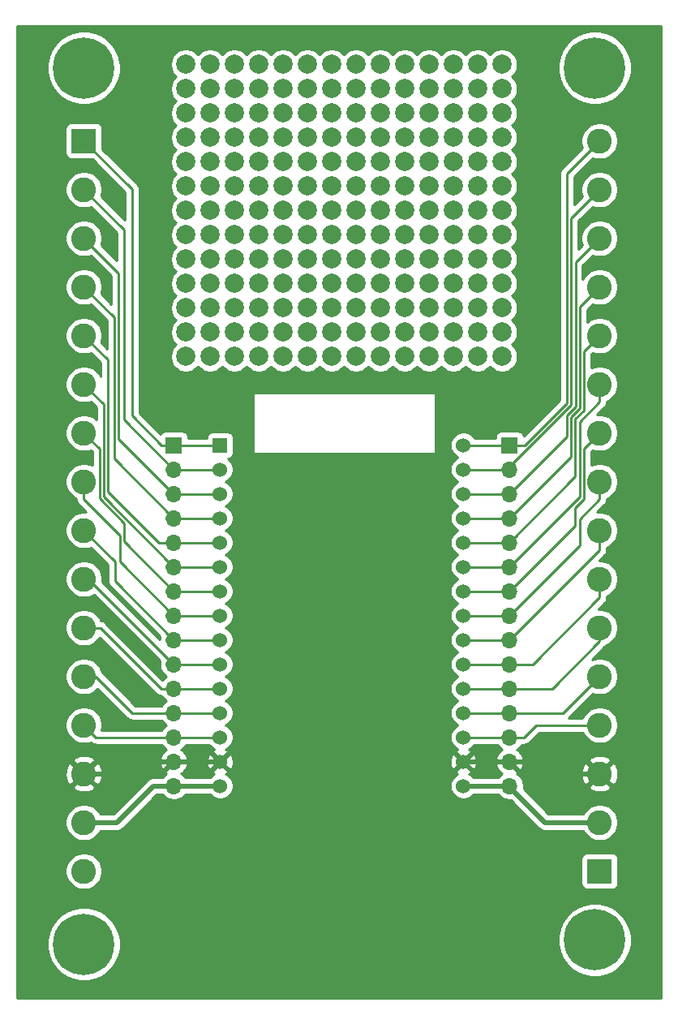
<source format=gtl>
G04 #@! TF.GenerationSoftware,KiCad,Pcbnew,(5.1.6)-1*
G04 #@! TF.CreationDate,2021-10-14T13:40:29-04:00*
G04 #@! TF.ProjectId,ESP32 WROOM-32 Breakout MKME.ORG,45535033-3220-4575-924f-4f4d2d333220,rev?*
G04 #@! TF.SameCoordinates,Original*
G04 #@! TF.FileFunction,Copper,L1,Top*
G04 #@! TF.FilePolarity,Positive*
%FSLAX46Y46*%
G04 Gerber Fmt 4.6, Leading zero omitted, Abs format (unit mm)*
G04 Created by KiCad (PCBNEW (5.1.6)-1) date 2021-10-14 13:40:29*
%MOMM*%
%LPD*%
G01*
G04 APERTURE LIST*
G04 #@! TA.AperFunction,ComponentPad*
%ADD10R,2.600000X2.600000*%
G04 #@! TD*
G04 #@! TA.AperFunction,ComponentPad*
%ADD11C,2.600000*%
G04 #@! TD*
G04 #@! TA.AperFunction,ComponentPad*
%ADD12O,1.700000X1.700000*%
G04 #@! TD*
G04 #@! TA.AperFunction,ComponentPad*
%ADD13R,1.700000X1.700000*%
G04 #@! TD*
G04 #@! TA.AperFunction,ComponentPad*
%ADD14C,2.000000*%
G04 #@! TD*
G04 #@! TA.AperFunction,ComponentPad*
%ADD15C,0.800000*%
G04 #@! TD*
G04 #@! TA.AperFunction,ComponentPad*
%ADD16C,6.400000*%
G04 #@! TD*
G04 #@! TA.AperFunction,ComponentPad*
%ADD17R,1.524000X1.524000*%
G04 #@! TD*
G04 #@! TA.AperFunction,ComponentPad*
%ADD18C,1.524000*%
G04 #@! TD*
G04 #@! TA.AperFunction,Conductor*
%ADD19C,0.250000*%
G04 #@! TD*
G04 #@! TA.AperFunction,Conductor*
%ADD20C,0.500000*%
G04 #@! TD*
G04 #@! TA.AperFunction,Conductor*
%ADD21C,0.254000*%
G04 #@! TD*
G04 APERTURE END LIST*
D10*
X173228000Y-116840000D03*
D11*
X173228000Y-111760000D03*
X173228000Y-106680000D03*
X173228000Y-101600000D03*
X173228000Y-96520000D03*
X173228000Y-91440000D03*
X173228000Y-86360000D03*
X173228000Y-81280000D03*
X173228000Y-76200000D03*
X173228000Y-71120000D03*
X173228000Y-66040000D03*
X173228000Y-60960000D03*
X173228000Y-55880000D03*
X173228000Y-50800000D03*
X173228000Y-45720000D03*
X173228000Y-40640000D03*
D12*
X163830000Y-107950000D03*
X163830000Y-105410000D03*
X163830000Y-102870000D03*
X163830000Y-100330000D03*
X163830000Y-97790000D03*
X163830000Y-95250000D03*
X163830000Y-92710000D03*
X163830000Y-90170000D03*
X163830000Y-87630000D03*
X163830000Y-85090000D03*
X163830000Y-82550000D03*
X163830000Y-80010000D03*
X163830000Y-77470000D03*
X163830000Y-74930000D03*
D13*
X163830000Y-72390000D03*
D14*
X163050000Y-63150000D03*
X160510000Y-63150000D03*
X157970000Y-63150000D03*
X155430000Y-63150000D03*
X152890000Y-63150000D03*
X150350000Y-63150000D03*
X147810000Y-63150000D03*
X145270000Y-63150000D03*
X142730000Y-63150000D03*
X140190000Y-63150000D03*
X137650000Y-63150000D03*
X135110000Y-63150000D03*
X132570000Y-63150000D03*
X130030000Y-63150000D03*
X163050000Y-60610000D03*
X160510000Y-60610000D03*
X157970000Y-60610000D03*
X155430000Y-60610000D03*
X152890000Y-60610000D03*
X150350000Y-60610000D03*
X147810000Y-60610000D03*
X145270000Y-60610000D03*
X142730000Y-60610000D03*
X140190000Y-60610000D03*
X137650000Y-60610000D03*
X135110000Y-60610000D03*
X132570000Y-60610000D03*
X130030000Y-60610000D03*
X163050000Y-58070000D03*
X160510000Y-58070000D03*
X157970000Y-58070000D03*
X155430000Y-58070000D03*
X152890000Y-58070000D03*
X150350000Y-58070000D03*
X147810000Y-58070000D03*
X145270000Y-58070000D03*
X142730000Y-58070000D03*
X140190000Y-58070000D03*
X137650000Y-58070000D03*
X135110000Y-58070000D03*
X132570000Y-58070000D03*
X130030000Y-58070000D03*
X163050000Y-55530000D03*
X160510000Y-55530000D03*
X157970000Y-55530000D03*
X155430000Y-55530000D03*
X152890000Y-55530000D03*
X150350000Y-55530000D03*
X147810000Y-55530000D03*
X145270000Y-55530000D03*
X142730000Y-55530000D03*
X140190000Y-55530000D03*
X137650000Y-55530000D03*
X135110000Y-55530000D03*
X132570000Y-55530000D03*
X130030000Y-55530000D03*
X163050000Y-52990000D03*
X160510000Y-52990000D03*
X157970000Y-52990000D03*
X155430000Y-52990000D03*
X152890000Y-52990000D03*
X150350000Y-52990000D03*
X147810000Y-52990000D03*
X145270000Y-52990000D03*
X142730000Y-52990000D03*
X140190000Y-52990000D03*
X137650000Y-52990000D03*
X135110000Y-52990000D03*
X132570000Y-52990000D03*
X130030000Y-52990000D03*
X163050000Y-50450000D03*
X160510000Y-50450000D03*
X157970000Y-50450000D03*
X155430000Y-50450000D03*
X152890000Y-50450000D03*
X150350000Y-50450000D03*
X147810000Y-50450000D03*
X145270000Y-50450000D03*
X142730000Y-50450000D03*
X140190000Y-50450000D03*
X137650000Y-50450000D03*
X135110000Y-50450000D03*
X132570000Y-50450000D03*
X130030000Y-50450000D03*
X163050000Y-47910000D03*
X160510000Y-47910000D03*
X157970000Y-47910000D03*
X155430000Y-47910000D03*
X152890000Y-47910000D03*
X150350000Y-47910000D03*
X147810000Y-47910000D03*
X145270000Y-47910000D03*
X142730000Y-47910000D03*
X140190000Y-47910000D03*
X137650000Y-47910000D03*
X135110000Y-47910000D03*
X132570000Y-47910000D03*
X130030000Y-47910000D03*
X163050000Y-45370000D03*
X160510000Y-45370000D03*
X157970000Y-45370000D03*
X155430000Y-45370000D03*
X152890000Y-45370000D03*
X150350000Y-45370000D03*
X147810000Y-45370000D03*
X145270000Y-45370000D03*
X142730000Y-45370000D03*
X140190000Y-45370000D03*
X137650000Y-45370000D03*
X135110000Y-45370000D03*
X132570000Y-45370000D03*
X130030000Y-45370000D03*
X163050000Y-42830000D03*
X160510000Y-42830000D03*
X157970000Y-42830000D03*
X155430000Y-42830000D03*
X152890000Y-42830000D03*
X150350000Y-42830000D03*
X147810000Y-42830000D03*
X145270000Y-42830000D03*
X142730000Y-42830000D03*
X140190000Y-42830000D03*
X137650000Y-42830000D03*
X135110000Y-42830000D03*
X132570000Y-42830000D03*
X130030000Y-42830000D03*
X163050000Y-40290000D03*
X160510000Y-40290000D03*
X157970000Y-40290000D03*
X155430000Y-40290000D03*
X152890000Y-40290000D03*
X150350000Y-40290000D03*
X147810000Y-40290000D03*
X145270000Y-40290000D03*
X142730000Y-40290000D03*
X140190000Y-40290000D03*
X137650000Y-40290000D03*
X135110000Y-40290000D03*
X132570000Y-40290000D03*
X130030000Y-40290000D03*
X163050000Y-37750000D03*
X160510000Y-37750000D03*
X157970000Y-37750000D03*
X155430000Y-37750000D03*
X152890000Y-37750000D03*
X150350000Y-37750000D03*
X147810000Y-37750000D03*
X145270000Y-37750000D03*
X142730000Y-37750000D03*
X140190000Y-37750000D03*
X137650000Y-37750000D03*
X135110000Y-37750000D03*
X132570000Y-37750000D03*
X130030000Y-37750000D03*
X163050000Y-35210000D03*
X160510000Y-35210000D03*
X157970000Y-35210000D03*
X155430000Y-35210000D03*
X152890000Y-35210000D03*
X150350000Y-35210000D03*
X147810000Y-35210000D03*
X145270000Y-35210000D03*
X142730000Y-35210000D03*
X140190000Y-35210000D03*
X137650000Y-35210000D03*
X135110000Y-35210000D03*
X132570000Y-35210000D03*
X130030000Y-35210000D03*
X163050000Y-32670000D03*
X160510000Y-32670000D03*
X157970000Y-32670000D03*
X155430000Y-32670000D03*
X152890000Y-32670000D03*
X150350000Y-32670000D03*
X147810000Y-32670000D03*
X145270000Y-32670000D03*
X142730000Y-32670000D03*
X140190000Y-32670000D03*
X137650000Y-32670000D03*
X135110000Y-32670000D03*
X132570000Y-32670000D03*
X130030000Y-32670000D03*
D15*
X174417056Y-31322944D03*
X172720000Y-30620000D03*
X171022944Y-31322944D03*
X170320000Y-33020000D03*
X171022944Y-34717056D03*
X172720000Y-35420000D03*
X174417056Y-34717056D03*
X175120000Y-33020000D03*
D16*
X172720000Y-33020000D03*
D15*
X121077056Y-31322944D03*
X119380000Y-30620000D03*
X117682944Y-31322944D03*
X116980000Y-33020000D03*
X117682944Y-34717056D03*
X119380000Y-35420000D03*
X121077056Y-34717056D03*
X121780000Y-33020000D03*
D16*
X119380000Y-33020000D03*
D15*
X121077056Y-122762944D03*
X119380000Y-122060000D03*
X117682944Y-122762944D03*
X116980000Y-124460000D03*
X117682944Y-126157056D03*
X119380000Y-126860000D03*
X121077056Y-126157056D03*
X121780000Y-124460000D03*
D16*
X119380000Y-124460000D03*
D15*
X174417056Y-122335888D03*
X172720000Y-121632944D03*
X171022944Y-122335888D03*
X170320000Y-124032944D03*
X171022944Y-125730000D03*
X172720000Y-126432944D03*
X174417056Y-125730000D03*
X175120000Y-124032944D03*
D16*
X172720000Y-124032944D03*
D12*
X128778000Y-107950000D03*
X128778000Y-105410000D03*
X128778000Y-102870000D03*
X128778000Y-100330000D03*
X128778000Y-97790000D03*
X128778000Y-95250000D03*
X128778000Y-92710000D03*
X128778000Y-90170000D03*
X128778000Y-87630000D03*
X128778000Y-85090000D03*
X128778000Y-82550000D03*
X128778000Y-80010000D03*
X128778000Y-77470000D03*
X128778000Y-74930000D03*
D13*
X128778000Y-72390000D03*
D17*
X133604000Y-72390000D03*
D18*
X133604000Y-74930000D03*
X133604000Y-77470000D03*
X133604000Y-80010000D03*
X133604000Y-82550000D03*
X133604000Y-85090000D03*
X133604000Y-87630000D03*
X133604000Y-90170000D03*
X133604000Y-92710000D03*
X133604000Y-95250000D03*
X133604000Y-97790000D03*
X133604000Y-100330000D03*
X133604000Y-102870000D03*
X133604000Y-105410000D03*
X133604000Y-107950000D03*
X159004000Y-107950000D03*
X159004000Y-105410000D03*
X159004000Y-102870000D03*
X159004000Y-100330000D03*
X159004000Y-97790000D03*
X159004000Y-95250000D03*
X159004000Y-92710000D03*
X159004000Y-90170000D03*
X159004000Y-87630000D03*
X159004000Y-85090000D03*
X159004000Y-82550000D03*
X159004000Y-80010000D03*
X159004000Y-77470000D03*
X159004000Y-74930000D03*
X159004000Y-72390000D03*
D11*
X119380000Y-116840000D03*
X119380000Y-111760000D03*
X119380000Y-106680000D03*
X119380000Y-101600000D03*
X119380000Y-96520000D03*
X119380000Y-91440000D03*
X119380000Y-86360000D03*
X119380000Y-81280000D03*
X119380000Y-76200000D03*
X119380000Y-71120000D03*
X119380000Y-66040000D03*
X119380000Y-60960000D03*
X119380000Y-55880000D03*
X119380000Y-50800000D03*
X119380000Y-45720000D03*
D10*
X119380000Y-40640000D03*
D19*
X128778000Y-72390000D02*
X127480000Y-72390000D01*
X127480000Y-72390000D02*
X124410000Y-69320000D01*
X124410000Y-45670000D02*
X119380000Y-40640000D01*
X124410000Y-69320000D02*
X124410000Y-45670000D01*
X133604000Y-72390000D02*
X128778000Y-72390000D01*
X128778000Y-74930000D02*
X123550000Y-69702000D01*
X123550000Y-49890000D02*
X119380000Y-45720000D01*
X123550000Y-69702000D02*
X123550000Y-49890000D01*
X128778000Y-74930000D02*
X133604000Y-74930000D01*
X128778000Y-77470000D02*
X123030000Y-71722000D01*
X123030000Y-54450000D02*
X119380000Y-50800000D01*
X123030000Y-71722000D02*
X123030000Y-54450000D01*
X128778000Y-77470000D02*
X133604000Y-77470000D01*
D20*
X127508000Y-106680000D02*
X128778000Y-105410000D01*
X119380000Y-106680000D02*
X127508000Y-106680000D01*
X128778000Y-105410000D02*
X133604000Y-105410000D01*
X163830000Y-105410000D02*
X159004000Y-105410000D01*
X165100000Y-106680000D02*
X163830000Y-105410000D01*
X173228000Y-106680000D02*
X165100000Y-106680000D01*
X128778000Y-107950000D02*
X126620000Y-107950000D01*
X122810000Y-111760000D02*
X119380000Y-111760000D01*
X126620000Y-107950000D02*
X122810000Y-111760000D01*
X133604000Y-107950000D02*
X128778000Y-107950000D01*
X163830000Y-107950000D02*
X159004000Y-107950000D01*
X173228000Y-111760000D02*
X167540000Y-111760000D01*
X163830000Y-108050000D02*
X163830000Y-107950000D01*
X167540000Y-111760000D02*
X163830000Y-108050000D01*
D19*
X159004000Y-80010000D02*
X163830000Y-80010000D01*
X163830000Y-80010000D02*
X164222822Y-80010000D01*
X171152988Y-68576245D02*
X171152988Y-57955012D01*
X171152988Y-57955012D02*
X173228000Y-55880000D01*
X170250033Y-73589967D02*
X170250033Y-69479200D01*
X163830000Y-80010000D02*
X170250033Y-73589967D01*
X170250033Y-69479200D02*
X171152988Y-68576245D01*
X159004000Y-77470000D02*
X163830000Y-77470000D01*
X170702977Y-68389845D02*
X170702977Y-53325023D01*
X170702977Y-53325023D02*
X173228000Y-50800000D01*
X163830000Y-77470000D02*
X169800022Y-71499978D01*
X169800022Y-71499978D02*
X169800022Y-69292800D01*
X169800022Y-69292800D02*
X170702977Y-68389845D01*
X133604000Y-102870000D02*
X128778000Y-102870000D01*
X120650000Y-102870000D02*
X119380000Y-101600000D01*
X128778000Y-102870000D02*
X120650000Y-102870000D01*
X133604000Y-100330000D02*
X128778000Y-100330000D01*
X128778000Y-100330000D02*
X124430000Y-100330000D01*
X120620000Y-96520000D02*
X119380000Y-96520000D01*
X124430000Y-100330000D02*
X120620000Y-96520000D01*
X133604000Y-97790000D02*
X128778000Y-97790000D01*
X128778000Y-97790000D02*
X127440000Y-97790000D01*
X121090000Y-91440000D02*
X119380000Y-91440000D01*
X127440000Y-97790000D02*
X121090000Y-91440000D01*
X133604000Y-95250000D02*
X128778000Y-95250000D01*
X119888000Y-86360000D02*
X119380000Y-86360000D01*
X128778000Y-95250000D02*
X119888000Y-86360000D01*
X133604000Y-92710000D02*
X128778000Y-92710000D01*
X128778000Y-92710000D02*
X122650000Y-86582000D01*
X122650000Y-84550000D02*
X119380000Y-81280000D01*
X122650000Y-86582000D02*
X122650000Y-84550000D01*
X133604000Y-90170000D02*
X128778000Y-90170000D01*
X128778000Y-90170000D02*
X123139980Y-84531980D01*
X123139980Y-81798457D02*
X119380000Y-78038477D01*
X119380000Y-78038477D02*
X119380000Y-76200000D01*
X123139980Y-84531980D02*
X123139980Y-81798457D01*
X133604000Y-87630000D02*
X128778000Y-87630000D01*
X123589991Y-80556401D02*
X123589991Y-82441991D01*
X123589991Y-82441991D02*
X128778000Y-87630000D01*
X119380000Y-71120000D02*
X121005001Y-72745001D01*
X121005001Y-72745001D02*
X121005001Y-77971411D01*
X121005001Y-77971411D02*
X123589991Y-80556401D01*
X133604000Y-85090000D02*
X128778000Y-85090000D01*
X121455010Y-68115010D02*
X119380000Y-66040000D01*
X128778000Y-85090000D02*
X121455010Y-77767010D01*
X121455010Y-77767010D02*
X121455010Y-68115010D01*
X128778000Y-82550000D02*
X127200000Y-82550000D01*
X127200000Y-82550000D02*
X121905021Y-77255021D01*
X121905021Y-63485021D02*
X119380000Y-60960000D01*
X121905021Y-77255021D02*
X121905021Y-63485021D01*
X133604000Y-82550000D02*
X128778000Y-82550000D01*
X128778000Y-80010000D02*
X122579989Y-73811989D01*
X122579989Y-59079989D02*
X119380000Y-55880000D01*
X122579989Y-73811989D02*
X122579989Y-59079989D01*
X128778000Y-80010000D02*
X133604000Y-80010000D01*
X159004000Y-102870000D02*
X163830000Y-102870000D01*
X163960000Y-103000000D02*
X163830000Y-102870000D01*
X173228000Y-101600000D02*
X166620000Y-101600000D01*
X165350000Y-102870000D02*
X163830000Y-102870000D01*
X166620000Y-101600000D02*
X165350000Y-102870000D01*
X159004000Y-100330000D02*
X163830000Y-100330000D01*
X163860000Y-100300000D02*
X163830000Y-100330000D01*
X169418000Y-100330000D02*
X163830000Y-100330000D01*
X173228000Y-96520000D02*
X169418000Y-100330000D01*
X159004000Y-97790000D02*
X163830000Y-97790000D01*
X163940000Y-97900000D02*
X163830000Y-97790000D01*
X163830000Y-97790000D02*
X168310000Y-97790000D01*
X173228000Y-92872000D02*
X173228000Y-91440000D01*
X168310000Y-97790000D02*
X173228000Y-92872000D01*
X159004000Y-95250000D02*
X163830000Y-95250000D01*
X163830000Y-95250000D02*
X166280000Y-95250000D01*
X173228000Y-88302000D02*
X173228000Y-86360000D01*
X166280000Y-95250000D02*
X173228000Y-88302000D01*
X159004000Y-92710000D02*
X163830000Y-92710000D01*
X173228000Y-83312000D02*
X173228000Y-81280000D01*
X163830000Y-92710000D02*
X173228000Y-83312000D01*
X159004000Y-90170000D02*
X163830000Y-90170000D01*
X163830000Y-90170000D02*
X171130000Y-82870000D01*
X173228000Y-78038477D02*
X173228000Y-76200000D01*
X171130000Y-80136477D02*
X173228000Y-78038477D01*
X171130000Y-82870000D02*
X171130000Y-80136477D01*
X159004000Y-87630000D02*
X163830000Y-87630000D01*
X171602999Y-77993412D02*
X171602999Y-72745001D01*
X171602999Y-72745001D02*
X173228000Y-71120000D01*
X163830000Y-87630000D02*
X170660009Y-80799991D01*
X170660009Y-80799991D02*
X170660009Y-78936401D01*
X170660009Y-78936401D02*
X171602999Y-77993412D01*
X159004000Y-85090000D02*
X163830000Y-85090000D01*
X171152988Y-77767012D02*
X171152988Y-69953489D01*
X171152988Y-69953489D02*
X173228000Y-67878477D01*
X173228000Y-67878477D02*
X173228000Y-66040000D01*
X163830000Y-85090000D02*
X171152988Y-77767012D01*
X159004000Y-82550000D02*
X163830000Y-82550000D01*
X163830000Y-82550000D02*
X163958410Y-82550000D01*
X170700044Y-69665600D02*
X171602999Y-68762645D01*
X171602999Y-68762645D02*
X171602999Y-62585001D01*
X170700044Y-75679956D02*
X170700044Y-69665600D01*
X171602999Y-62585001D02*
X173228000Y-60960000D01*
X163830000Y-82550000D02*
X170700044Y-75679956D01*
X159004000Y-74930000D02*
X163830000Y-74930000D01*
X170252966Y-48695034D02*
X173228000Y-45720000D01*
X163830000Y-74626411D02*
X170252966Y-68203445D01*
X170252966Y-68203445D02*
X170252966Y-48695034D01*
X163830000Y-74930000D02*
X163830000Y-74626411D01*
X159004000Y-72390000D02*
X163830000Y-72390000D01*
X163830000Y-72390000D02*
X164375001Y-71844999D01*
X163830000Y-72390000D02*
X165430000Y-72390000D01*
X169802955Y-44065045D02*
X173228000Y-40640000D01*
X169802955Y-68017045D02*
X169802955Y-44065045D01*
X165430000Y-72390000D02*
X169802955Y-68017045D01*
D21*
G36*
X179655001Y-126966344D02*
G01*
X179655000Y-126966354D01*
X179655001Y-130125000D01*
X112445000Y-130125000D01*
X112445000Y-124082285D01*
X115545000Y-124082285D01*
X115545000Y-124837715D01*
X115692377Y-125578628D01*
X115981467Y-126276554D01*
X116401161Y-126904670D01*
X116935330Y-127438839D01*
X117563446Y-127858533D01*
X118261372Y-128147623D01*
X119002285Y-128295000D01*
X119757715Y-128295000D01*
X120498628Y-128147623D01*
X121196554Y-127858533D01*
X121824670Y-127438839D01*
X122358839Y-126904670D01*
X122778533Y-126276554D01*
X123067623Y-125578628D01*
X123215000Y-124837715D01*
X123215000Y-124082285D01*
X123130054Y-123655229D01*
X168885000Y-123655229D01*
X168885000Y-124410659D01*
X169032377Y-125151572D01*
X169321467Y-125849498D01*
X169741161Y-126477614D01*
X170275330Y-127011783D01*
X170903446Y-127431477D01*
X171601372Y-127720567D01*
X172342285Y-127867944D01*
X173097715Y-127867944D01*
X173838628Y-127720567D01*
X174536554Y-127431477D01*
X175164670Y-127011783D01*
X175698839Y-126477614D01*
X176118533Y-125849498D01*
X176407623Y-125151572D01*
X176555000Y-124410659D01*
X176555000Y-123655229D01*
X176407623Y-122914316D01*
X176118533Y-122216390D01*
X175698839Y-121588274D01*
X175164670Y-121054105D01*
X174536554Y-120634411D01*
X173838628Y-120345321D01*
X173097715Y-120197944D01*
X172342285Y-120197944D01*
X171601372Y-120345321D01*
X170903446Y-120634411D01*
X170275330Y-121054105D01*
X169741161Y-121588274D01*
X169321467Y-122216390D01*
X169032377Y-122914316D01*
X168885000Y-123655229D01*
X123130054Y-123655229D01*
X123067623Y-123341372D01*
X122778533Y-122643446D01*
X122358839Y-122015330D01*
X121824670Y-121481161D01*
X121196554Y-121061467D01*
X120498628Y-120772377D01*
X119757715Y-120625000D01*
X119002285Y-120625000D01*
X118261372Y-120772377D01*
X117563446Y-121061467D01*
X116935330Y-121481161D01*
X116401161Y-122015330D01*
X115981467Y-122643446D01*
X115692377Y-123341372D01*
X115545000Y-124082285D01*
X112445000Y-124082285D01*
X112445000Y-116649419D01*
X117445000Y-116649419D01*
X117445000Y-117030581D01*
X117519361Y-117404419D01*
X117665225Y-117756566D01*
X117876987Y-118073491D01*
X118146509Y-118343013D01*
X118463434Y-118554775D01*
X118815581Y-118700639D01*
X119189419Y-118775000D01*
X119570581Y-118775000D01*
X119944419Y-118700639D01*
X120296566Y-118554775D01*
X120613491Y-118343013D01*
X120883013Y-118073491D01*
X121094775Y-117756566D01*
X121240639Y-117404419D01*
X121315000Y-117030581D01*
X121315000Y-116649419D01*
X121240639Y-116275581D01*
X121094775Y-115923434D01*
X120883013Y-115606509D01*
X120816504Y-115540000D01*
X171289928Y-115540000D01*
X171289928Y-118140000D01*
X171302188Y-118264482D01*
X171338498Y-118384180D01*
X171397463Y-118494494D01*
X171476815Y-118591185D01*
X171573506Y-118670537D01*
X171683820Y-118729502D01*
X171803518Y-118765812D01*
X171928000Y-118778072D01*
X174528000Y-118778072D01*
X174652482Y-118765812D01*
X174772180Y-118729502D01*
X174882494Y-118670537D01*
X174979185Y-118591185D01*
X175058537Y-118494494D01*
X175117502Y-118384180D01*
X175153812Y-118264482D01*
X175166072Y-118140000D01*
X175166072Y-115540000D01*
X175153812Y-115415518D01*
X175117502Y-115295820D01*
X175058537Y-115185506D01*
X174979185Y-115088815D01*
X174882494Y-115009463D01*
X174772180Y-114950498D01*
X174652482Y-114914188D01*
X174528000Y-114901928D01*
X171928000Y-114901928D01*
X171803518Y-114914188D01*
X171683820Y-114950498D01*
X171573506Y-115009463D01*
X171476815Y-115088815D01*
X171397463Y-115185506D01*
X171338498Y-115295820D01*
X171302188Y-115415518D01*
X171289928Y-115540000D01*
X120816504Y-115540000D01*
X120613491Y-115336987D01*
X120296566Y-115125225D01*
X119944419Y-114979361D01*
X119570581Y-114905000D01*
X119189419Y-114905000D01*
X118815581Y-114979361D01*
X118463434Y-115125225D01*
X118146509Y-115336987D01*
X117876987Y-115606509D01*
X117665225Y-115923434D01*
X117519361Y-116275581D01*
X117445000Y-116649419D01*
X112445000Y-116649419D01*
X112445000Y-111569419D01*
X117445000Y-111569419D01*
X117445000Y-111950581D01*
X117519361Y-112324419D01*
X117665225Y-112676566D01*
X117876987Y-112993491D01*
X118146509Y-113263013D01*
X118463434Y-113474775D01*
X118815581Y-113620639D01*
X119189419Y-113695000D01*
X119570581Y-113695000D01*
X119944419Y-113620639D01*
X120296566Y-113474775D01*
X120613491Y-113263013D01*
X120883013Y-112993491D01*
X121094775Y-112676566D01*
X121107850Y-112645000D01*
X122766531Y-112645000D01*
X122810000Y-112649281D01*
X122853469Y-112645000D01*
X122853477Y-112645000D01*
X122983490Y-112632195D01*
X123150313Y-112581589D01*
X123304059Y-112499411D01*
X123438817Y-112388817D01*
X123466534Y-112355044D01*
X126986579Y-108835000D01*
X127583344Y-108835000D01*
X127624525Y-108896632D01*
X127831368Y-109103475D01*
X128074589Y-109265990D01*
X128344842Y-109377932D01*
X128631740Y-109435000D01*
X128924260Y-109435000D01*
X129211158Y-109377932D01*
X129481411Y-109265990D01*
X129724632Y-109103475D01*
X129931475Y-108896632D01*
X129972656Y-108835000D01*
X132515182Y-108835000D01*
X132518880Y-108840535D01*
X132713465Y-109035120D01*
X132942273Y-109188005D01*
X133196510Y-109293314D01*
X133466408Y-109347000D01*
X133741592Y-109347000D01*
X134011490Y-109293314D01*
X134265727Y-109188005D01*
X134494535Y-109035120D01*
X134689120Y-108840535D01*
X134842005Y-108611727D01*
X134947314Y-108357490D01*
X135001000Y-108087592D01*
X135001000Y-107812408D01*
X157607000Y-107812408D01*
X157607000Y-108087592D01*
X157660686Y-108357490D01*
X157765995Y-108611727D01*
X157918880Y-108840535D01*
X158113465Y-109035120D01*
X158342273Y-109188005D01*
X158596510Y-109293314D01*
X158866408Y-109347000D01*
X159141592Y-109347000D01*
X159411490Y-109293314D01*
X159665727Y-109188005D01*
X159894535Y-109035120D01*
X160089120Y-108840535D01*
X160092818Y-108835000D01*
X162635344Y-108835000D01*
X162676525Y-108896632D01*
X162883368Y-109103475D01*
X163126589Y-109265990D01*
X163396842Y-109377932D01*
X163683740Y-109435000D01*
X163963422Y-109435000D01*
X166883470Y-112355049D01*
X166911183Y-112388817D01*
X166944951Y-112416530D01*
X166944953Y-112416532D01*
X167016452Y-112475210D01*
X167045941Y-112499411D01*
X167199687Y-112581589D01*
X167366510Y-112632195D01*
X167496523Y-112645000D01*
X167496533Y-112645000D01*
X167539999Y-112649281D01*
X167583465Y-112645000D01*
X171500150Y-112645000D01*
X171513225Y-112676566D01*
X171724987Y-112993491D01*
X171994509Y-113263013D01*
X172311434Y-113474775D01*
X172663581Y-113620639D01*
X173037419Y-113695000D01*
X173418581Y-113695000D01*
X173792419Y-113620639D01*
X174144566Y-113474775D01*
X174461491Y-113263013D01*
X174731013Y-112993491D01*
X174942775Y-112676566D01*
X175088639Y-112324419D01*
X175163000Y-111950581D01*
X175163000Y-111569419D01*
X175088639Y-111195581D01*
X174942775Y-110843434D01*
X174731013Y-110526509D01*
X174461491Y-110256987D01*
X174144566Y-110045225D01*
X173792419Y-109899361D01*
X173418581Y-109825000D01*
X173037419Y-109825000D01*
X172663581Y-109899361D01*
X172311434Y-110045225D01*
X171994509Y-110256987D01*
X171724987Y-110526509D01*
X171513225Y-110843434D01*
X171500150Y-110875000D01*
X167906579Y-110875000D01*
X165283948Y-108252369D01*
X165315000Y-108096260D01*
X165315000Y-108029224D01*
X172058381Y-108029224D01*
X172190317Y-108324312D01*
X172531045Y-108495159D01*
X172898557Y-108596250D01*
X173278729Y-108623701D01*
X173656951Y-108576457D01*
X174018690Y-108456333D01*
X174265683Y-108324312D01*
X174397619Y-108029224D01*
X173228000Y-106859605D01*
X172058381Y-108029224D01*
X165315000Y-108029224D01*
X165315000Y-107803740D01*
X165257932Y-107516842D01*
X165145990Y-107246589D01*
X164983475Y-107003368D01*
X164776632Y-106796525D01*
X164678162Y-106730729D01*
X171284299Y-106730729D01*
X171331543Y-107108951D01*
X171451667Y-107470690D01*
X171583688Y-107717683D01*
X171878776Y-107849619D01*
X173048395Y-106680000D01*
X173407605Y-106680000D01*
X174577224Y-107849619D01*
X174872312Y-107717683D01*
X175043159Y-107376955D01*
X175144250Y-107009443D01*
X175171701Y-106629271D01*
X175124457Y-106251049D01*
X175004333Y-105889310D01*
X174872312Y-105642317D01*
X174577224Y-105510381D01*
X173407605Y-106680000D01*
X173048395Y-106680000D01*
X171878776Y-105510381D01*
X171583688Y-105642317D01*
X171412841Y-105983045D01*
X171311750Y-106350557D01*
X171284299Y-106730729D01*
X164678162Y-106730729D01*
X164594466Y-106674805D01*
X164711355Y-106605178D01*
X164927588Y-106410269D01*
X165101641Y-106176920D01*
X165226825Y-105914099D01*
X165271476Y-105766890D01*
X165150155Y-105537000D01*
X163957000Y-105537000D01*
X163957000Y-105557000D01*
X163703000Y-105557000D01*
X163703000Y-105537000D01*
X162509845Y-105537000D01*
X162388524Y-105766890D01*
X162433175Y-105914099D01*
X162558359Y-106176920D01*
X162732412Y-106410269D01*
X162948645Y-106605178D01*
X163065534Y-106674805D01*
X162883368Y-106796525D01*
X162676525Y-107003368D01*
X162635344Y-107065000D01*
X160092818Y-107065000D01*
X160089120Y-107059465D01*
X159894535Y-106864880D01*
X159665727Y-106711995D01*
X159594057Y-106682308D01*
X159607023Y-106677636D01*
X159722980Y-106615656D01*
X159789960Y-106375565D01*
X159004000Y-105589605D01*
X158218040Y-106375565D01*
X158285020Y-106615656D01*
X158420760Y-106679485D01*
X158342273Y-106711995D01*
X158113465Y-106864880D01*
X157918880Y-107059465D01*
X157765995Y-107288273D01*
X157660686Y-107542510D01*
X157607000Y-107812408D01*
X135001000Y-107812408D01*
X134947314Y-107542510D01*
X134842005Y-107288273D01*
X134689120Y-107059465D01*
X134494535Y-106864880D01*
X134265727Y-106711995D01*
X134194057Y-106682308D01*
X134207023Y-106677636D01*
X134322980Y-106615656D01*
X134389960Y-106375565D01*
X133604000Y-105589605D01*
X132818040Y-106375565D01*
X132885020Y-106615656D01*
X133020760Y-106679485D01*
X132942273Y-106711995D01*
X132713465Y-106864880D01*
X132518880Y-107059465D01*
X132515182Y-107065000D01*
X129972656Y-107065000D01*
X129931475Y-107003368D01*
X129724632Y-106796525D01*
X129542466Y-106674805D01*
X129659355Y-106605178D01*
X129875588Y-106410269D01*
X130049641Y-106176920D01*
X130174825Y-105914099D01*
X130219476Y-105766890D01*
X130098155Y-105537000D01*
X128905000Y-105537000D01*
X128905000Y-105557000D01*
X128651000Y-105557000D01*
X128651000Y-105537000D01*
X127457845Y-105537000D01*
X127336524Y-105766890D01*
X127381175Y-105914099D01*
X127506359Y-106176920D01*
X127680412Y-106410269D01*
X127896645Y-106605178D01*
X128013534Y-106674805D01*
X127831368Y-106796525D01*
X127624525Y-107003368D01*
X127583344Y-107065000D01*
X126663469Y-107065000D01*
X126620000Y-107060719D01*
X126576531Y-107065000D01*
X126576523Y-107065000D01*
X126446510Y-107077805D01*
X126279686Y-107128411D01*
X126125941Y-107210589D01*
X126024953Y-107293468D01*
X126024951Y-107293470D01*
X125991183Y-107321183D01*
X125963470Y-107354951D01*
X122443422Y-110875000D01*
X121107850Y-110875000D01*
X121094775Y-110843434D01*
X120883013Y-110526509D01*
X120613491Y-110256987D01*
X120296566Y-110045225D01*
X119944419Y-109899361D01*
X119570581Y-109825000D01*
X119189419Y-109825000D01*
X118815581Y-109899361D01*
X118463434Y-110045225D01*
X118146509Y-110256987D01*
X117876987Y-110526509D01*
X117665225Y-110843434D01*
X117519361Y-111195581D01*
X117445000Y-111569419D01*
X112445000Y-111569419D01*
X112445000Y-108029224D01*
X118210381Y-108029224D01*
X118342317Y-108324312D01*
X118683045Y-108495159D01*
X119050557Y-108596250D01*
X119430729Y-108623701D01*
X119808951Y-108576457D01*
X120170690Y-108456333D01*
X120417683Y-108324312D01*
X120549619Y-108029224D01*
X119380000Y-106859605D01*
X118210381Y-108029224D01*
X112445000Y-108029224D01*
X112445000Y-106730729D01*
X117436299Y-106730729D01*
X117483543Y-107108951D01*
X117603667Y-107470690D01*
X117735688Y-107717683D01*
X118030776Y-107849619D01*
X119200395Y-106680000D01*
X119559605Y-106680000D01*
X120729224Y-107849619D01*
X121024312Y-107717683D01*
X121195159Y-107376955D01*
X121296250Y-107009443D01*
X121323701Y-106629271D01*
X121276457Y-106251049D01*
X121156333Y-105889310D01*
X121024312Y-105642317D01*
X120729224Y-105510381D01*
X119559605Y-106680000D01*
X119200395Y-106680000D01*
X118030776Y-105510381D01*
X117735688Y-105642317D01*
X117564841Y-105983045D01*
X117463750Y-106350557D01*
X117436299Y-106730729D01*
X112445000Y-106730729D01*
X112445000Y-105330776D01*
X118210381Y-105330776D01*
X119380000Y-106500395D01*
X120398378Y-105482017D01*
X132202090Y-105482017D01*
X132243078Y-105754133D01*
X132336364Y-106013023D01*
X132398344Y-106128980D01*
X132638435Y-106195960D01*
X133424395Y-105410000D01*
X133783605Y-105410000D01*
X134569565Y-106195960D01*
X134809656Y-106128980D01*
X134926756Y-105879952D01*
X134993023Y-105612865D01*
X134999157Y-105482017D01*
X157602090Y-105482017D01*
X157643078Y-105754133D01*
X157736364Y-106013023D01*
X157798344Y-106128980D01*
X158038435Y-106195960D01*
X158824395Y-105410000D01*
X159183605Y-105410000D01*
X159969565Y-106195960D01*
X160209656Y-106128980D01*
X160326756Y-105879952D01*
X160393023Y-105612865D01*
X160405910Y-105337983D01*
X160404825Y-105330776D01*
X172058381Y-105330776D01*
X173228000Y-106500395D01*
X174397619Y-105330776D01*
X174265683Y-105035688D01*
X173924955Y-104864841D01*
X173557443Y-104763750D01*
X173177271Y-104736299D01*
X172799049Y-104783543D01*
X172437310Y-104903667D01*
X172190317Y-105035688D01*
X172058381Y-105330776D01*
X160404825Y-105330776D01*
X160364922Y-105065867D01*
X160271636Y-104806977D01*
X160209656Y-104691020D01*
X159969565Y-104624040D01*
X159183605Y-105410000D01*
X158824395Y-105410000D01*
X158038435Y-104624040D01*
X157798344Y-104691020D01*
X157681244Y-104940048D01*
X157614977Y-105207135D01*
X157602090Y-105482017D01*
X134999157Y-105482017D01*
X135005910Y-105337983D01*
X134964922Y-105065867D01*
X134871636Y-104806977D01*
X134809656Y-104691020D01*
X134569565Y-104624040D01*
X133783605Y-105410000D01*
X133424395Y-105410000D01*
X132638435Y-104624040D01*
X132398344Y-104691020D01*
X132281244Y-104940048D01*
X132214977Y-105207135D01*
X132202090Y-105482017D01*
X120398378Y-105482017D01*
X120549619Y-105330776D01*
X120417683Y-105035688D01*
X120076955Y-104864841D01*
X119709443Y-104763750D01*
X119329271Y-104736299D01*
X118951049Y-104783543D01*
X118589310Y-104903667D01*
X118342317Y-105035688D01*
X118210381Y-105330776D01*
X112445000Y-105330776D01*
X112445000Y-39340000D01*
X117441928Y-39340000D01*
X117441928Y-41940000D01*
X117454188Y-42064482D01*
X117490498Y-42184180D01*
X117549463Y-42294494D01*
X117628815Y-42391185D01*
X117725506Y-42470537D01*
X117835820Y-42529502D01*
X117955518Y-42565812D01*
X118080000Y-42578072D01*
X120243271Y-42578072D01*
X123650001Y-45984803D01*
X123650001Y-48915199D01*
X121175787Y-46440986D01*
X121240639Y-46284419D01*
X121315000Y-45910581D01*
X121315000Y-45529419D01*
X121240639Y-45155581D01*
X121094775Y-44803434D01*
X120883013Y-44486509D01*
X120613491Y-44216987D01*
X120296566Y-44005225D01*
X119944419Y-43859361D01*
X119570581Y-43785000D01*
X119189419Y-43785000D01*
X118815581Y-43859361D01*
X118463434Y-44005225D01*
X118146509Y-44216987D01*
X117876987Y-44486509D01*
X117665225Y-44803434D01*
X117519361Y-45155581D01*
X117445000Y-45529419D01*
X117445000Y-45910581D01*
X117519361Y-46284419D01*
X117665225Y-46636566D01*
X117876987Y-46953491D01*
X118146509Y-47223013D01*
X118463434Y-47434775D01*
X118815581Y-47580639D01*
X119189419Y-47655000D01*
X119570581Y-47655000D01*
X119944419Y-47580639D01*
X120100986Y-47515787D01*
X122790001Y-50204803D01*
X122790001Y-53135199D01*
X121175787Y-51520986D01*
X121240639Y-51364419D01*
X121315000Y-50990581D01*
X121315000Y-50609419D01*
X121240639Y-50235581D01*
X121094775Y-49883434D01*
X120883013Y-49566509D01*
X120613491Y-49296987D01*
X120296566Y-49085225D01*
X119944419Y-48939361D01*
X119570581Y-48865000D01*
X119189419Y-48865000D01*
X118815581Y-48939361D01*
X118463434Y-49085225D01*
X118146509Y-49296987D01*
X117876987Y-49566509D01*
X117665225Y-49883434D01*
X117519361Y-50235581D01*
X117445000Y-50609419D01*
X117445000Y-50990581D01*
X117519361Y-51364419D01*
X117665225Y-51716566D01*
X117876987Y-52033491D01*
X118146509Y-52303013D01*
X118463434Y-52514775D01*
X118815581Y-52660639D01*
X119189419Y-52735000D01*
X119570581Y-52735000D01*
X119944419Y-52660639D01*
X120100986Y-52595787D01*
X122270001Y-54764803D01*
X122270001Y-57695199D01*
X121175787Y-56600986D01*
X121240639Y-56444419D01*
X121315000Y-56070581D01*
X121315000Y-55689419D01*
X121240639Y-55315581D01*
X121094775Y-54963434D01*
X120883013Y-54646509D01*
X120613491Y-54376987D01*
X120296566Y-54165225D01*
X119944419Y-54019361D01*
X119570581Y-53945000D01*
X119189419Y-53945000D01*
X118815581Y-54019361D01*
X118463434Y-54165225D01*
X118146509Y-54376987D01*
X117876987Y-54646509D01*
X117665225Y-54963434D01*
X117519361Y-55315581D01*
X117445000Y-55689419D01*
X117445000Y-56070581D01*
X117519361Y-56444419D01*
X117665225Y-56796566D01*
X117876987Y-57113491D01*
X118146509Y-57383013D01*
X118463434Y-57594775D01*
X118815581Y-57740639D01*
X119189419Y-57815000D01*
X119570581Y-57815000D01*
X119944419Y-57740639D01*
X120100986Y-57675787D01*
X121819990Y-59394792D01*
X121819990Y-62325188D01*
X121175787Y-61680986D01*
X121240639Y-61524419D01*
X121315000Y-61150581D01*
X121315000Y-60769419D01*
X121240639Y-60395581D01*
X121094775Y-60043434D01*
X120883013Y-59726509D01*
X120613491Y-59456987D01*
X120296566Y-59245225D01*
X119944419Y-59099361D01*
X119570581Y-59025000D01*
X119189419Y-59025000D01*
X118815581Y-59099361D01*
X118463434Y-59245225D01*
X118146509Y-59456987D01*
X117876987Y-59726509D01*
X117665225Y-60043434D01*
X117519361Y-60395581D01*
X117445000Y-60769419D01*
X117445000Y-61150581D01*
X117519361Y-61524419D01*
X117665225Y-61876566D01*
X117876987Y-62193491D01*
X118146509Y-62463013D01*
X118463434Y-62674775D01*
X118815581Y-62820639D01*
X119189419Y-62895000D01*
X119570581Y-62895000D01*
X119944419Y-62820639D01*
X120100986Y-62755787D01*
X121145022Y-63799824D01*
X121145022Y-65244741D01*
X121094775Y-65123434D01*
X120883013Y-64806509D01*
X120613491Y-64536987D01*
X120296566Y-64325225D01*
X119944419Y-64179361D01*
X119570581Y-64105000D01*
X119189419Y-64105000D01*
X118815581Y-64179361D01*
X118463434Y-64325225D01*
X118146509Y-64536987D01*
X117876987Y-64806509D01*
X117665225Y-65123434D01*
X117519361Y-65475581D01*
X117445000Y-65849419D01*
X117445000Y-66230581D01*
X117519361Y-66604419D01*
X117665225Y-66956566D01*
X117876987Y-67273491D01*
X118146509Y-67543013D01*
X118463434Y-67754775D01*
X118815581Y-67900639D01*
X119189419Y-67975000D01*
X119570581Y-67975000D01*
X119944419Y-67900639D01*
X120100985Y-67835787D01*
X120695011Y-68429813D01*
X120695011Y-69698507D01*
X120613491Y-69616987D01*
X120296566Y-69405225D01*
X119944419Y-69259361D01*
X119570581Y-69185000D01*
X119189419Y-69185000D01*
X118815581Y-69259361D01*
X118463434Y-69405225D01*
X118146509Y-69616987D01*
X117876987Y-69886509D01*
X117665225Y-70203434D01*
X117519361Y-70555581D01*
X117445000Y-70929419D01*
X117445000Y-71310581D01*
X117519361Y-71684419D01*
X117665225Y-72036566D01*
X117876987Y-72353491D01*
X118146509Y-72623013D01*
X118463434Y-72834775D01*
X118815581Y-72980639D01*
X119189419Y-73055000D01*
X119570581Y-73055000D01*
X119944419Y-72980639D01*
X120100985Y-72915787D01*
X120245001Y-73059804D01*
X120245001Y-74463866D01*
X119944419Y-74339361D01*
X119570581Y-74265000D01*
X119189419Y-74265000D01*
X118815581Y-74339361D01*
X118463434Y-74485225D01*
X118146509Y-74696987D01*
X117876987Y-74966509D01*
X117665225Y-75283434D01*
X117519361Y-75635581D01*
X117445000Y-76009419D01*
X117445000Y-76390581D01*
X117519361Y-76764419D01*
X117665225Y-77116566D01*
X117876987Y-77433491D01*
X118146509Y-77703013D01*
X118463434Y-77914775D01*
X118620000Y-77979627D01*
X118620000Y-78001154D01*
X118616324Y-78038477D01*
X118620000Y-78075799D01*
X118620000Y-78075809D01*
X118630997Y-78187462D01*
X118667261Y-78307011D01*
X118674454Y-78330723D01*
X118745026Y-78462753D01*
X118761161Y-78482413D01*
X118839999Y-78578478D01*
X118869003Y-78602281D01*
X119621937Y-79355215D01*
X119570581Y-79345000D01*
X119189419Y-79345000D01*
X118815581Y-79419361D01*
X118463434Y-79565225D01*
X118146509Y-79776987D01*
X117876987Y-80046509D01*
X117665225Y-80363434D01*
X117519361Y-80715581D01*
X117445000Y-81089419D01*
X117445000Y-81470581D01*
X117519361Y-81844419D01*
X117665225Y-82196566D01*
X117876987Y-82513491D01*
X118146509Y-82783013D01*
X118463434Y-82994775D01*
X118815581Y-83140639D01*
X119189419Y-83215000D01*
X119570581Y-83215000D01*
X119944419Y-83140639D01*
X120100986Y-83075787D01*
X121890001Y-84864803D01*
X121890000Y-86544677D01*
X121886324Y-86582000D01*
X121890000Y-86619322D01*
X121890000Y-86619332D01*
X121900997Y-86730985D01*
X121943166Y-86870000D01*
X121944454Y-86874246D01*
X122015026Y-87006276D01*
X122054871Y-87054826D01*
X122109999Y-87122001D01*
X122139003Y-87145804D01*
X127336790Y-92343592D01*
X127293000Y-92563740D01*
X127293000Y-92690198D01*
X121288186Y-86685385D01*
X121315000Y-86550581D01*
X121315000Y-86169419D01*
X121240639Y-85795581D01*
X121094775Y-85443434D01*
X120883013Y-85126509D01*
X120613491Y-84856987D01*
X120296566Y-84645225D01*
X119944419Y-84499361D01*
X119570581Y-84425000D01*
X119189419Y-84425000D01*
X118815581Y-84499361D01*
X118463434Y-84645225D01*
X118146509Y-84856987D01*
X117876987Y-85126509D01*
X117665225Y-85443434D01*
X117519361Y-85795581D01*
X117445000Y-86169419D01*
X117445000Y-86550581D01*
X117519361Y-86924419D01*
X117665225Y-87276566D01*
X117876987Y-87593491D01*
X118146509Y-87863013D01*
X118463434Y-88074775D01*
X118815581Y-88220639D01*
X119189419Y-88295000D01*
X119570581Y-88295000D01*
X119944419Y-88220639D01*
X120296566Y-88074775D01*
X120435285Y-87982086D01*
X127336790Y-94883592D01*
X127293000Y-95103740D01*
X127293000Y-95396260D01*
X127350068Y-95683158D01*
X127462010Y-95953411D01*
X127624525Y-96196632D01*
X127831368Y-96403475D01*
X128005760Y-96520000D01*
X127831368Y-96636525D01*
X127624525Y-96843368D01*
X127601952Y-96877150D01*
X121653804Y-90929003D01*
X121630001Y-90899999D01*
X121514276Y-90805026D01*
X121382247Y-90734454D01*
X121238986Y-90690997D01*
X121161000Y-90683316D01*
X121094775Y-90523434D01*
X120883013Y-90206509D01*
X120613491Y-89936987D01*
X120296566Y-89725225D01*
X119944419Y-89579361D01*
X119570581Y-89505000D01*
X119189419Y-89505000D01*
X118815581Y-89579361D01*
X118463434Y-89725225D01*
X118146509Y-89936987D01*
X117876987Y-90206509D01*
X117665225Y-90523434D01*
X117519361Y-90875581D01*
X117445000Y-91249419D01*
X117445000Y-91630581D01*
X117519361Y-92004419D01*
X117665225Y-92356566D01*
X117876987Y-92673491D01*
X118146509Y-92943013D01*
X118463434Y-93154775D01*
X118815581Y-93300639D01*
X119189419Y-93375000D01*
X119570581Y-93375000D01*
X119944419Y-93300639D01*
X120296566Y-93154775D01*
X120613491Y-92943013D01*
X120883013Y-92673491D01*
X121029482Y-92454283D01*
X126876200Y-98301002D01*
X126899999Y-98330001D01*
X126928997Y-98353799D01*
X127015723Y-98424974D01*
X127088359Y-98463799D01*
X127147753Y-98495546D01*
X127291014Y-98539003D01*
X127402667Y-98550000D01*
X127402676Y-98550000D01*
X127439999Y-98553676D01*
X127477322Y-98550000D01*
X127499822Y-98550000D01*
X127624525Y-98736632D01*
X127831368Y-98943475D01*
X128005760Y-99060000D01*
X127831368Y-99176525D01*
X127624525Y-99383368D01*
X127499822Y-99570000D01*
X124744802Y-99570000D01*
X121268016Y-96093215D01*
X121240639Y-95955581D01*
X121094775Y-95603434D01*
X120883013Y-95286509D01*
X120613491Y-95016987D01*
X120296566Y-94805225D01*
X119944419Y-94659361D01*
X119570581Y-94585000D01*
X119189419Y-94585000D01*
X118815581Y-94659361D01*
X118463434Y-94805225D01*
X118146509Y-95016987D01*
X117876987Y-95286509D01*
X117665225Y-95603434D01*
X117519361Y-95955581D01*
X117445000Y-96329419D01*
X117445000Y-96710581D01*
X117519361Y-97084419D01*
X117665225Y-97436566D01*
X117876987Y-97753491D01*
X118146509Y-98023013D01*
X118463434Y-98234775D01*
X118815581Y-98380639D01*
X119189419Y-98455000D01*
X119570581Y-98455000D01*
X119944419Y-98380639D01*
X120296566Y-98234775D01*
X120613491Y-98023013D01*
X120830851Y-97805653D01*
X123866201Y-100841003D01*
X123889999Y-100870001D01*
X124005724Y-100964974D01*
X124137753Y-101035546D01*
X124281014Y-101079003D01*
X124392667Y-101090000D01*
X124392675Y-101090000D01*
X124430000Y-101093676D01*
X124467325Y-101090000D01*
X127499822Y-101090000D01*
X127624525Y-101276632D01*
X127831368Y-101483475D01*
X128005760Y-101600000D01*
X127831368Y-101716525D01*
X127624525Y-101923368D01*
X127499822Y-102110000D01*
X121251464Y-102110000D01*
X121315000Y-101790581D01*
X121315000Y-101409419D01*
X121240639Y-101035581D01*
X121094775Y-100683434D01*
X120883013Y-100366509D01*
X120613491Y-100096987D01*
X120296566Y-99885225D01*
X119944419Y-99739361D01*
X119570581Y-99665000D01*
X119189419Y-99665000D01*
X118815581Y-99739361D01*
X118463434Y-99885225D01*
X118146509Y-100096987D01*
X117876987Y-100366509D01*
X117665225Y-100683434D01*
X117519361Y-101035581D01*
X117445000Y-101409419D01*
X117445000Y-101790581D01*
X117519361Y-102164419D01*
X117665225Y-102516566D01*
X117876987Y-102833491D01*
X118146509Y-103103013D01*
X118463434Y-103314775D01*
X118815581Y-103460639D01*
X119189419Y-103535000D01*
X119570581Y-103535000D01*
X119944419Y-103460639D01*
X120099007Y-103396607D01*
X120109999Y-103410001D01*
X120225724Y-103504974D01*
X120357753Y-103575546D01*
X120501014Y-103619003D01*
X120612667Y-103630000D01*
X120612676Y-103630000D01*
X120649999Y-103633676D01*
X120687322Y-103630000D01*
X127499822Y-103630000D01*
X127624525Y-103816632D01*
X127831368Y-104023475D01*
X128013534Y-104145195D01*
X127896645Y-104214822D01*
X127680412Y-104409731D01*
X127506359Y-104643080D01*
X127381175Y-104905901D01*
X127336524Y-105053110D01*
X127457845Y-105283000D01*
X128651000Y-105283000D01*
X128651000Y-105263000D01*
X128905000Y-105263000D01*
X128905000Y-105283000D01*
X130098155Y-105283000D01*
X130219476Y-105053110D01*
X130174825Y-104905901D01*
X130049641Y-104643080D01*
X129875588Y-104409731D01*
X129659355Y-104214822D01*
X129542466Y-104145195D01*
X129724632Y-104023475D01*
X129931475Y-103816632D01*
X130056178Y-103630000D01*
X132431659Y-103630000D01*
X132518880Y-103760535D01*
X132713465Y-103955120D01*
X132942273Y-104108005D01*
X133013943Y-104137692D01*
X133000977Y-104142364D01*
X132885020Y-104204344D01*
X132818040Y-104444435D01*
X133604000Y-105230395D01*
X134389960Y-104444435D01*
X134322980Y-104204344D01*
X134187240Y-104140515D01*
X134265727Y-104108005D01*
X134494535Y-103955120D01*
X134689120Y-103760535D01*
X134842005Y-103531727D01*
X134947314Y-103277490D01*
X135001000Y-103007592D01*
X135001000Y-102732408D01*
X134947314Y-102462510D01*
X134842005Y-102208273D01*
X134689120Y-101979465D01*
X134494535Y-101784880D01*
X134265727Y-101631995D01*
X134188485Y-101600000D01*
X134265727Y-101568005D01*
X134494535Y-101415120D01*
X134689120Y-101220535D01*
X134842005Y-100991727D01*
X134947314Y-100737490D01*
X135001000Y-100467592D01*
X135001000Y-100192408D01*
X134947314Y-99922510D01*
X134842005Y-99668273D01*
X134689120Y-99439465D01*
X134494535Y-99244880D01*
X134265727Y-99091995D01*
X134188485Y-99060000D01*
X134265727Y-99028005D01*
X134494535Y-98875120D01*
X134689120Y-98680535D01*
X134842005Y-98451727D01*
X134947314Y-98197490D01*
X135001000Y-97927592D01*
X135001000Y-97652408D01*
X134947314Y-97382510D01*
X134842005Y-97128273D01*
X134689120Y-96899465D01*
X134494535Y-96704880D01*
X134265727Y-96551995D01*
X134188485Y-96520000D01*
X134265727Y-96488005D01*
X134494535Y-96335120D01*
X134689120Y-96140535D01*
X134842005Y-95911727D01*
X134947314Y-95657490D01*
X135001000Y-95387592D01*
X135001000Y-95112408D01*
X134947314Y-94842510D01*
X134842005Y-94588273D01*
X134689120Y-94359465D01*
X134494535Y-94164880D01*
X134265727Y-94011995D01*
X134188485Y-93980000D01*
X134265727Y-93948005D01*
X134494535Y-93795120D01*
X134689120Y-93600535D01*
X134842005Y-93371727D01*
X134947314Y-93117490D01*
X135001000Y-92847592D01*
X135001000Y-92572408D01*
X134947314Y-92302510D01*
X134842005Y-92048273D01*
X134689120Y-91819465D01*
X134494535Y-91624880D01*
X134265727Y-91471995D01*
X134188485Y-91440000D01*
X134265727Y-91408005D01*
X134494535Y-91255120D01*
X134689120Y-91060535D01*
X134842005Y-90831727D01*
X134947314Y-90577490D01*
X135001000Y-90307592D01*
X135001000Y-90032408D01*
X134947314Y-89762510D01*
X134842005Y-89508273D01*
X134689120Y-89279465D01*
X134494535Y-89084880D01*
X134265727Y-88931995D01*
X134188485Y-88900000D01*
X134265727Y-88868005D01*
X134494535Y-88715120D01*
X134689120Y-88520535D01*
X134842005Y-88291727D01*
X134947314Y-88037490D01*
X135001000Y-87767592D01*
X135001000Y-87492408D01*
X134947314Y-87222510D01*
X134842005Y-86968273D01*
X134689120Y-86739465D01*
X134494535Y-86544880D01*
X134265727Y-86391995D01*
X134188485Y-86360000D01*
X134265727Y-86328005D01*
X134494535Y-86175120D01*
X134689120Y-85980535D01*
X134842005Y-85751727D01*
X134947314Y-85497490D01*
X135001000Y-85227592D01*
X135001000Y-84952408D01*
X134947314Y-84682510D01*
X134842005Y-84428273D01*
X134689120Y-84199465D01*
X134494535Y-84004880D01*
X134265727Y-83851995D01*
X134188485Y-83820000D01*
X134265727Y-83788005D01*
X134494535Y-83635120D01*
X134689120Y-83440535D01*
X134842005Y-83211727D01*
X134947314Y-82957490D01*
X135001000Y-82687592D01*
X135001000Y-82412408D01*
X134947314Y-82142510D01*
X134842005Y-81888273D01*
X134689120Y-81659465D01*
X134494535Y-81464880D01*
X134265727Y-81311995D01*
X134188485Y-81280000D01*
X134265727Y-81248005D01*
X134494535Y-81095120D01*
X134689120Y-80900535D01*
X134842005Y-80671727D01*
X134947314Y-80417490D01*
X135001000Y-80147592D01*
X135001000Y-79872408D01*
X134947314Y-79602510D01*
X134842005Y-79348273D01*
X134689120Y-79119465D01*
X134494535Y-78924880D01*
X134265727Y-78771995D01*
X134188485Y-78740000D01*
X134265727Y-78708005D01*
X134494535Y-78555120D01*
X134689120Y-78360535D01*
X134842005Y-78131727D01*
X134947314Y-77877490D01*
X135001000Y-77607592D01*
X135001000Y-77332408D01*
X134947314Y-77062510D01*
X134842005Y-76808273D01*
X134689120Y-76579465D01*
X134494535Y-76384880D01*
X134265727Y-76231995D01*
X134188485Y-76200000D01*
X134265727Y-76168005D01*
X134494535Y-76015120D01*
X134689120Y-75820535D01*
X134842005Y-75591727D01*
X134947314Y-75337490D01*
X135001000Y-75067592D01*
X135001000Y-74792408D01*
X134947314Y-74522510D01*
X134842005Y-74268273D01*
X134689120Y-74039465D01*
X134494535Y-73844880D01*
X134406535Y-73786080D01*
X134490482Y-73777812D01*
X134610180Y-73741502D01*
X134720494Y-73682537D01*
X134817185Y-73603185D01*
X134896537Y-73506494D01*
X134955502Y-73396180D01*
X134991812Y-73276482D01*
X135004072Y-73152000D01*
X135004072Y-71628000D01*
X134991812Y-71503518D01*
X134955502Y-71383820D01*
X134896537Y-71273506D01*
X134817185Y-71176815D01*
X134720494Y-71097463D01*
X134610180Y-71038498D01*
X134490482Y-71002188D01*
X134366000Y-70989928D01*
X132842000Y-70989928D01*
X132717518Y-71002188D01*
X132597820Y-71038498D01*
X132487506Y-71097463D01*
X132390815Y-71176815D01*
X132311463Y-71273506D01*
X132252498Y-71383820D01*
X132216188Y-71503518D01*
X132203928Y-71628000D01*
X132203928Y-71630000D01*
X130266072Y-71630000D01*
X130266072Y-71540000D01*
X130253812Y-71415518D01*
X130217502Y-71295820D01*
X130158537Y-71185506D01*
X130079185Y-71088815D01*
X129982494Y-71009463D01*
X129872180Y-70950498D01*
X129752482Y-70914188D01*
X129628000Y-70901928D01*
X127928000Y-70901928D01*
X127803518Y-70914188D01*
X127683820Y-70950498D01*
X127573506Y-71009463D01*
X127476815Y-71088815D01*
X127397463Y-71185506D01*
X127381037Y-71216236D01*
X125170000Y-69005199D01*
X125170000Y-67056000D01*
X137033000Y-67056000D01*
X137033000Y-73152000D01*
X137035440Y-73176776D01*
X137042667Y-73200601D01*
X137054403Y-73222557D01*
X137070197Y-73241803D01*
X137089443Y-73257597D01*
X137111399Y-73269333D01*
X137135224Y-73276560D01*
X137160000Y-73279000D01*
X155956000Y-73279000D01*
X155980776Y-73276560D01*
X156004601Y-73269333D01*
X156026557Y-73257597D01*
X156045803Y-73241803D01*
X156061597Y-73222557D01*
X156073333Y-73200601D01*
X156080560Y-73176776D01*
X156083000Y-73152000D01*
X156083000Y-72252408D01*
X157607000Y-72252408D01*
X157607000Y-72527592D01*
X157660686Y-72797490D01*
X157765995Y-73051727D01*
X157918880Y-73280535D01*
X158113465Y-73475120D01*
X158342273Y-73628005D01*
X158419515Y-73660000D01*
X158342273Y-73691995D01*
X158113465Y-73844880D01*
X157918880Y-74039465D01*
X157765995Y-74268273D01*
X157660686Y-74522510D01*
X157607000Y-74792408D01*
X157607000Y-75067592D01*
X157660686Y-75337490D01*
X157765995Y-75591727D01*
X157918880Y-75820535D01*
X158113465Y-76015120D01*
X158342273Y-76168005D01*
X158419515Y-76200000D01*
X158342273Y-76231995D01*
X158113465Y-76384880D01*
X157918880Y-76579465D01*
X157765995Y-76808273D01*
X157660686Y-77062510D01*
X157607000Y-77332408D01*
X157607000Y-77607592D01*
X157660686Y-77877490D01*
X157765995Y-78131727D01*
X157918880Y-78360535D01*
X158113465Y-78555120D01*
X158342273Y-78708005D01*
X158419515Y-78740000D01*
X158342273Y-78771995D01*
X158113465Y-78924880D01*
X157918880Y-79119465D01*
X157765995Y-79348273D01*
X157660686Y-79602510D01*
X157607000Y-79872408D01*
X157607000Y-80147592D01*
X157660686Y-80417490D01*
X157765995Y-80671727D01*
X157918880Y-80900535D01*
X158113465Y-81095120D01*
X158342273Y-81248005D01*
X158419515Y-81280000D01*
X158342273Y-81311995D01*
X158113465Y-81464880D01*
X157918880Y-81659465D01*
X157765995Y-81888273D01*
X157660686Y-82142510D01*
X157607000Y-82412408D01*
X157607000Y-82687592D01*
X157660686Y-82957490D01*
X157765995Y-83211727D01*
X157918880Y-83440535D01*
X158113465Y-83635120D01*
X158342273Y-83788005D01*
X158419515Y-83820000D01*
X158342273Y-83851995D01*
X158113465Y-84004880D01*
X157918880Y-84199465D01*
X157765995Y-84428273D01*
X157660686Y-84682510D01*
X157607000Y-84952408D01*
X157607000Y-85227592D01*
X157660686Y-85497490D01*
X157765995Y-85751727D01*
X157918880Y-85980535D01*
X158113465Y-86175120D01*
X158342273Y-86328005D01*
X158419515Y-86360000D01*
X158342273Y-86391995D01*
X158113465Y-86544880D01*
X157918880Y-86739465D01*
X157765995Y-86968273D01*
X157660686Y-87222510D01*
X157607000Y-87492408D01*
X157607000Y-87767592D01*
X157660686Y-88037490D01*
X157765995Y-88291727D01*
X157918880Y-88520535D01*
X158113465Y-88715120D01*
X158342273Y-88868005D01*
X158419515Y-88900000D01*
X158342273Y-88931995D01*
X158113465Y-89084880D01*
X157918880Y-89279465D01*
X157765995Y-89508273D01*
X157660686Y-89762510D01*
X157607000Y-90032408D01*
X157607000Y-90307592D01*
X157660686Y-90577490D01*
X157765995Y-90831727D01*
X157918880Y-91060535D01*
X158113465Y-91255120D01*
X158342273Y-91408005D01*
X158419515Y-91440000D01*
X158342273Y-91471995D01*
X158113465Y-91624880D01*
X157918880Y-91819465D01*
X157765995Y-92048273D01*
X157660686Y-92302510D01*
X157607000Y-92572408D01*
X157607000Y-92847592D01*
X157660686Y-93117490D01*
X157765995Y-93371727D01*
X157918880Y-93600535D01*
X158113465Y-93795120D01*
X158342273Y-93948005D01*
X158419515Y-93980000D01*
X158342273Y-94011995D01*
X158113465Y-94164880D01*
X157918880Y-94359465D01*
X157765995Y-94588273D01*
X157660686Y-94842510D01*
X157607000Y-95112408D01*
X157607000Y-95387592D01*
X157660686Y-95657490D01*
X157765995Y-95911727D01*
X157918880Y-96140535D01*
X158113465Y-96335120D01*
X158342273Y-96488005D01*
X158419515Y-96520000D01*
X158342273Y-96551995D01*
X158113465Y-96704880D01*
X157918880Y-96899465D01*
X157765995Y-97128273D01*
X157660686Y-97382510D01*
X157607000Y-97652408D01*
X157607000Y-97927592D01*
X157660686Y-98197490D01*
X157765995Y-98451727D01*
X157918880Y-98680535D01*
X158113465Y-98875120D01*
X158342273Y-99028005D01*
X158419515Y-99060000D01*
X158342273Y-99091995D01*
X158113465Y-99244880D01*
X157918880Y-99439465D01*
X157765995Y-99668273D01*
X157660686Y-99922510D01*
X157607000Y-100192408D01*
X157607000Y-100467592D01*
X157660686Y-100737490D01*
X157765995Y-100991727D01*
X157918880Y-101220535D01*
X158113465Y-101415120D01*
X158342273Y-101568005D01*
X158419515Y-101600000D01*
X158342273Y-101631995D01*
X158113465Y-101784880D01*
X157918880Y-101979465D01*
X157765995Y-102208273D01*
X157660686Y-102462510D01*
X157607000Y-102732408D01*
X157607000Y-103007592D01*
X157660686Y-103277490D01*
X157765995Y-103531727D01*
X157918880Y-103760535D01*
X158113465Y-103955120D01*
X158342273Y-104108005D01*
X158413943Y-104137692D01*
X158400977Y-104142364D01*
X158285020Y-104204344D01*
X158218040Y-104444435D01*
X159004000Y-105230395D01*
X159789960Y-104444435D01*
X159722980Y-104204344D01*
X159587240Y-104140515D01*
X159665727Y-104108005D01*
X159894535Y-103955120D01*
X160089120Y-103760535D01*
X160176341Y-103630000D01*
X162551822Y-103630000D01*
X162676525Y-103816632D01*
X162883368Y-104023475D01*
X163065534Y-104145195D01*
X162948645Y-104214822D01*
X162732412Y-104409731D01*
X162558359Y-104643080D01*
X162433175Y-104905901D01*
X162388524Y-105053110D01*
X162509845Y-105283000D01*
X163703000Y-105283000D01*
X163703000Y-105263000D01*
X163957000Y-105263000D01*
X163957000Y-105283000D01*
X165150155Y-105283000D01*
X165271476Y-105053110D01*
X165226825Y-104905901D01*
X165101641Y-104643080D01*
X164927588Y-104409731D01*
X164711355Y-104214822D01*
X164594466Y-104145195D01*
X164776632Y-104023475D01*
X164983475Y-103816632D01*
X165108178Y-103630000D01*
X165312678Y-103630000D01*
X165350000Y-103633676D01*
X165387322Y-103630000D01*
X165387333Y-103630000D01*
X165498986Y-103619003D01*
X165642247Y-103575546D01*
X165774276Y-103504974D01*
X165890001Y-103410001D01*
X165913804Y-103380997D01*
X166934802Y-102360000D01*
X171448373Y-102360000D01*
X171513225Y-102516566D01*
X171724987Y-102833491D01*
X171994509Y-103103013D01*
X172311434Y-103314775D01*
X172663581Y-103460639D01*
X173037419Y-103535000D01*
X173418581Y-103535000D01*
X173792419Y-103460639D01*
X174144566Y-103314775D01*
X174461491Y-103103013D01*
X174731013Y-102833491D01*
X174942775Y-102516566D01*
X175088639Y-102164419D01*
X175163000Y-101790581D01*
X175163000Y-101409419D01*
X175088639Y-101035581D01*
X174942775Y-100683434D01*
X174731013Y-100366509D01*
X174461491Y-100096987D01*
X174144566Y-99885225D01*
X173792419Y-99739361D01*
X173418581Y-99665000D01*
X173037419Y-99665000D01*
X172663581Y-99739361D01*
X172311434Y-99885225D01*
X171994509Y-100096987D01*
X171724987Y-100366509D01*
X171513225Y-100683434D01*
X171448373Y-100840000D01*
X169982801Y-100840000D01*
X172507015Y-98315787D01*
X172663581Y-98380639D01*
X173037419Y-98455000D01*
X173418581Y-98455000D01*
X173792419Y-98380639D01*
X174144566Y-98234775D01*
X174461491Y-98023013D01*
X174731013Y-97753491D01*
X174942775Y-97436566D01*
X175088639Y-97084419D01*
X175163000Y-96710581D01*
X175163000Y-96329419D01*
X175088639Y-95955581D01*
X174942775Y-95603434D01*
X174731013Y-95286509D01*
X174461491Y-95016987D01*
X174144566Y-94805225D01*
X173792419Y-94659361D01*
X173418581Y-94585000D01*
X173037419Y-94585000D01*
X172663581Y-94659361D01*
X172410690Y-94764112D01*
X173739004Y-93435798D01*
X173768001Y-93412001D01*
X173862974Y-93296276D01*
X173880042Y-93264344D01*
X174144566Y-93154775D01*
X174461491Y-92943013D01*
X174731013Y-92673491D01*
X174942775Y-92356566D01*
X175088639Y-92004419D01*
X175163000Y-91630581D01*
X175163000Y-91249419D01*
X175088639Y-90875581D01*
X174942775Y-90523434D01*
X174731013Y-90206509D01*
X174461491Y-89936987D01*
X174144566Y-89725225D01*
X173792419Y-89579361D01*
X173418581Y-89505000D01*
X173099802Y-89505000D01*
X173739004Y-88865798D01*
X173768001Y-88842001D01*
X173862974Y-88726276D01*
X173933546Y-88594247D01*
X173977003Y-88450986D01*
X173988000Y-88339333D01*
X173988000Y-88339323D01*
X173991676Y-88302000D01*
X173988000Y-88264677D01*
X173988000Y-88139627D01*
X174144566Y-88074775D01*
X174461491Y-87863013D01*
X174731013Y-87593491D01*
X174942775Y-87276566D01*
X175088639Y-86924419D01*
X175163000Y-86550581D01*
X175163000Y-86169419D01*
X175088639Y-85795581D01*
X174942775Y-85443434D01*
X174731013Y-85126509D01*
X174461491Y-84856987D01*
X174144566Y-84645225D01*
X173792419Y-84499361D01*
X173418581Y-84425000D01*
X173189802Y-84425000D01*
X173739004Y-83875798D01*
X173768001Y-83852001D01*
X173832007Y-83774010D01*
X173862974Y-83736277D01*
X173933546Y-83604247D01*
X173942252Y-83575546D01*
X173977003Y-83460986D01*
X173988000Y-83349333D01*
X173988000Y-83349324D01*
X173991676Y-83312001D01*
X173988000Y-83274678D01*
X173988000Y-83059627D01*
X174144566Y-82994775D01*
X174461491Y-82783013D01*
X174731013Y-82513491D01*
X174942775Y-82196566D01*
X175088639Y-81844419D01*
X175163000Y-81470581D01*
X175163000Y-81089419D01*
X175088639Y-80715581D01*
X174942775Y-80363434D01*
X174731013Y-80046509D01*
X174461491Y-79776987D01*
X174144566Y-79565225D01*
X173792419Y-79419361D01*
X173418581Y-79345000D01*
X173037419Y-79345000D01*
X172986063Y-79355215D01*
X173739004Y-78602275D01*
X173768001Y-78578478D01*
X173804985Y-78533413D01*
X173862974Y-78462754D01*
X173933546Y-78330724D01*
X173933546Y-78330723D01*
X173977003Y-78187463D01*
X173988000Y-78075810D01*
X173988000Y-78075801D01*
X173991676Y-78038478D01*
X173988000Y-78001155D01*
X173988000Y-77979627D01*
X174144566Y-77914775D01*
X174461491Y-77703013D01*
X174731013Y-77433491D01*
X174942775Y-77116566D01*
X175088639Y-76764419D01*
X175163000Y-76390581D01*
X175163000Y-76009419D01*
X175088639Y-75635581D01*
X174942775Y-75283434D01*
X174731013Y-74966509D01*
X174461491Y-74696987D01*
X174144566Y-74485225D01*
X173792419Y-74339361D01*
X173418581Y-74265000D01*
X173037419Y-74265000D01*
X172663581Y-74339361D01*
X172362999Y-74463866D01*
X172362999Y-73059802D01*
X172507014Y-72915787D01*
X172663581Y-72980639D01*
X173037419Y-73055000D01*
X173418581Y-73055000D01*
X173792419Y-72980639D01*
X174144566Y-72834775D01*
X174461491Y-72623013D01*
X174731013Y-72353491D01*
X174942775Y-72036566D01*
X175088639Y-71684419D01*
X175163000Y-71310581D01*
X175163000Y-70929419D01*
X175088639Y-70555581D01*
X174942775Y-70203434D01*
X174731013Y-69886509D01*
X174461491Y-69616987D01*
X174144566Y-69405225D01*
X173792419Y-69259361D01*
X173418581Y-69185000D01*
X173037419Y-69185000D01*
X172986063Y-69195215D01*
X173739004Y-68442275D01*
X173768001Y-68418478D01*
X173794332Y-68386394D01*
X173862974Y-68302754D01*
X173933546Y-68170724D01*
X173946605Y-68127672D01*
X173977003Y-68027463D01*
X173988000Y-67915810D01*
X173988000Y-67915801D01*
X173991676Y-67878478D01*
X173988000Y-67841155D01*
X173988000Y-67819627D01*
X174144566Y-67754775D01*
X174461491Y-67543013D01*
X174731013Y-67273491D01*
X174942775Y-66956566D01*
X175088639Y-66604419D01*
X175163000Y-66230581D01*
X175163000Y-65849419D01*
X175088639Y-65475581D01*
X174942775Y-65123434D01*
X174731013Y-64806509D01*
X174461491Y-64536987D01*
X174144566Y-64325225D01*
X173792419Y-64179361D01*
X173418581Y-64105000D01*
X173037419Y-64105000D01*
X172663581Y-64179361D01*
X172362999Y-64303866D01*
X172362999Y-62899802D01*
X172507014Y-62755787D01*
X172663581Y-62820639D01*
X173037419Y-62895000D01*
X173418581Y-62895000D01*
X173792419Y-62820639D01*
X174144566Y-62674775D01*
X174461491Y-62463013D01*
X174731013Y-62193491D01*
X174942775Y-61876566D01*
X175088639Y-61524419D01*
X175163000Y-61150581D01*
X175163000Y-60769419D01*
X175088639Y-60395581D01*
X174942775Y-60043434D01*
X174731013Y-59726509D01*
X174461491Y-59456987D01*
X174144566Y-59245225D01*
X173792419Y-59099361D01*
X173418581Y-59025000D01*
X173037419Y-59025000D01*
X172663581Y-59099361D01*
X172311434Y-59245225D01*
X171994509Y-59456987D01*
X171912988Y-59538508D01*
X171912988Y-58269813D01*
X172507014Y-57675787D01*
X172663581Y-57740639D01*
X173037419Y-57815000D01*
X173418581Y-57815000D01*
X173792419Y-57740639D01*
X174144566Y-57594775D01*
X174461491Y-57383013D01*
X174731013Y-57113491D01*
X174942775Y-56796566D01*
X175088639Y-56444419D01*
X175163000Y-56070581D01*
X175163000Y-55689419D01*
X175088639Y-55315581D01*
X174942775Y-54963434D01*
X174731013Y-54646509D01*
X174461491Y-54376987D01*
X174144566Y-54165225D01*
X173792419Y-54019361D01*
X173418581Y-53945000D01*
X173037419Y-53945000D01*
X172663581Y-54019361D01*
X172311434Y-54165225D01*
X171994509Y-54376987D01*
X171724987Y-54646509D01*
X171513225Y-54963434D01*
X171462977Y-55084743D01*
X171462977Y-53639824D01*
X172507014Y-52595787D01*
X172663581Y-52660639D01*
X173037419Y-52735000D01*
X173418581Y-52735000D01*
X173792419Y-52660639D01*
X174144566Y-52514775D01*
X174461491Y-52303013D01*
X174731013Y-52033491D01*
X174942775Y-51716566D01*
X175088639Y-51364419D01*
X175163000Y-50990581D01*
X175163000Y-50609419D01*
X175088639Y-50235581D01*
X174942775Y-49883434D01*
X174731013Y-49566509D01*
X174461491Y-49296987D01*
X174144566Y-49085225D01*
X173792419Y-48939361D01*
X173418581Y-48865000D01*
X173037419Y-48865000D01*
X172663581Y-48939361D01*
X172311434Y-49085225D01*
X171994509Y-49296987D01*
X171724987Y-49566509D01*
X171513225Y-49883434D01*
X171367361Y-50235581D01*
X171293000Y-50609419D01*
X171293000Y-50990581D01*
X171367361Y-51364419D01*
X171432213Y-51520986D01*
X171012966Y-51940233D01*
X171012966Y-49009835D01*
X172507015Y-47515787D01*
X172663581Y-47580639D01*
X173037419Y-47655000D01*
X173418581Y-47655000D01*
X173792419Y-47580639D01*
X174144566Y-47434775D01*
X174461491Y-47223013D01*
X174731013Y-46953491D01*
X174942775Y-46636566D01*
X175088639Y-46284419D01*
X175163000Y-45910581D01*
X175163000Y-45529419D01*
X175088639Y-45155581D01*
X174942775Y-44803434D01*
X174731013Y-44486509D01*
X174461491Y-44216987D01*
X174144566Y-44005225D01*
X173792419Y-43859361D01*
X173418581Y-43785000D01*
X173037419Y-43785000D01*
X172663581Y-43859361D01*
X172311434Y-44005225D01*
X171994509Y-44216987D01*
X171724987Y-44486509D01*
X171513225Y-44803434D01*
X171367361Y-45155581D01*
X171293000Y-45529419D01*
X171293000Y-45910581D01*
X171367361Y-46284419D01*
X171432213Y-46440985D01*
X170562955Y-47310243D01*
X170562955Y-44379846D01*
X172507015Y-42435787D01*
X172663581Y-42500639D01*
X173037419Y-42575000D01*
X173418581Y-42575000D01*
X173792419Y-42500639D01*
X174144566Y-42354775D01*
X174461491Y-42143013D01*
X174731013Y-41873491D01*
X174942775Y-41556566D01*
X175088639Y-41204419D01*
X175163000Y-40830581D01*
X175163000Y-40449419D01*
X175088639Y-40075581D01*
X174942775Y-39723434D01*
X174731013Y-39406509D01*
X174461491Y-39136987D01*
X174144566Y-38925225D01*
X173792419Y-38779361D01*
X173418581Y-38705000D01*
X173037419Y-38705000D01*
X172663581Y-38779361D01*
X172311434Y-38925225D01*
X171994509Y-39136987D01*
X171724987Y-39406509D01*
X171513225Y-39723434D01*
X171367361Y-40075581D01*
X171293000Y-40449419D01*
X171293000Y-40830581D01*
X171367361Y-41204419D01*
X171432213Y-41360985D01*
X169291953Y-43501246D01*
X169262955Y-43525044D01*
X169239157Y-43554042D01*
X169239156Y-43554043D01*
X169167981Y-43640769D01*
X169097409Y-43772799D01*
X169053953Y-43916060D01*
X169039279Y-44065045D01*
X169042956Y-44102378D01*
X169042955Y-67702243D01*
X165307952Y-71437247D01*
X165305812Y-71415518D01*
X165269502Y-71295820D01*
X165210537Y-71185506D01*
X165131185Y-71088815D01*
X165034494Y-71009463D01*
X164924180Y-70950498D01*
X164804482Y-70914188D01*
X164680000Y-70901928D01*
X162980000Y-70901928D01*
X162855518Y-70914188D01*
X162735820Y-70950498D01*
X162625506Y-71009463D01*
X162528815Y-71088815D01*
X162449463Y-71185506D01*
X162390498Y-71295820D01*
X162354188Y-71415518D01*
X162341928Y-71540000D01*
X162341928Y-71630000D01*
X160176341Y-71630000D01*
X160089120Y-71499465D01*
X159894535Y-71304880D01*
X159665727Y-71151995D01*
X159411490Y-71046686D01*
X159141592Y-70993000D01*
X158866408Y-70993000D01*
X158596510Y-71046686D01*
X158342273Y-71151995D01*
X158113465Y-71304880D01*
X157918880Y-71499465D01*
X157765995Y-71728273D01*
X157660686Y-71982510D01*
X157607000Y-72252408D01*
X156083000Y-72252408D01*
X156083000Y-67056000D01*
X156080560Y-67031224D01*
X156073333Y-67007399D01*
X156061597Y-66985443D01*
X156045803Y-66966197D01*
X156026557Y-66950403D01*
X156004601Y-66938667D01*
X155980776Y-66931440D01*
X155956000Y-66929000D01*
X137160000Y-66929000D01*
X137135224Y-66931440D01*
X137111399Y-66938667D01*
X137089443Y-66950403D01*
X137070197Y-66966197D01*
X137054403Y-66985443D01*
X137042667Y-67007399D01*
X137035440Y-67031224D01*
X137033000Y-67056000D01*
X125170000Y-67056000D01*
X125170000Y-45707322D01*
X125173676Y-45669999D01*
X125170000Y-45632676D01*
X125170000Y-45632667D01*
X125159003Y-45521014D01*
X125115546Y-45377753D01*
X125044974Y-45245724D01*
X124950001Y-45129999D01*
X124921003Y-45106201D01*
X121318072Y-41503271D01*
X121318072Y-39340000D01*
X121305812Y-39215518D01*
X121269502Y-39095820D01*
X121210537Y-38985506D01*
X121131185Y-38888815D01*
X121034494Y-38809463D01*
X120924180Y-38750498D01*
X120804482Y-38714188D01*
X120680000Y-38701928D01*
X118080000Y-38701928D01*
X117955518Y-38714188D01*
X117835820Y-38750498D01*
X117725506Y-38809463D01*
X117628815Y-38888815D01*
X117549463Y-38985506D01*
X117490498Y-39095820D01*
X117454188Y-39215518D01*
X117441928Y-39340000D01*
X112445000Y-39340000D01*
X112445000Y-32642285D01*
X115545000Y-32642285D01*
X115545000Y-33397715D01*
X115692377Y-34138628D01*
X115981467Y-34836554D01*
X116401161Y-35464670D01*
X116935330Y-35998839D01*
X117563446Y-36418533D01*
X118261372Y-36707623D01*
X119002285Y-36855000D01*
X119757715Y-36855000D01*
X120498628Y-36707623D01*
X121196554Y-36418533D01*
X121824670Y-35998839D01*
X122358839Y-35464670D01*
X122778533Y-34836554D01*
X123067623Y-34138628D01*
X123215000Y-33397715D01*
X123215000Y-32642285D01*
X123188482Y-32508967D01*
X128395000Y-32508967D01*
X128395000Y-32831033D01*
X128457832Y-33146912D01*
X128581082Y-33444463D01*
X128760013Y-33712252D01*
X128987748Y-33939987D01*
X128987767Y-33940000D01*
X128987748Y-33940013D01*
X128760013Y-34167748D01*
X128581082Y-34435537D01*
X128457832Y-34733088D01*
X128395000Y-35048967D01*
X128395000Y-35371033D01*
X128457832Y-35686912D01*
X128581082Y-35984463D01*
X128760013Y-36252252D01*
X128987748Y-36479987D01*
X128987767Y-36480000D01*
X128987748Y-36480013D01*
X128760013Y-36707748D01*
X128581082Y-36975537D01*
X128457832Y-37273088D01*
X128395000Y-37588967D01*
X128395000Y-37911033D01*
X128457832Y-38226912D01*
X128581082Y-38524463D01*
X128760013Y-38792252D01*
X128987748Y-39019987D01*
X128987767Y-39020000D01*
X128987748Y-39020013D01*
X128760013Y-39247748D01*
X128581082Y-39515537D01*
X128457832Y-39813088D01*
X128395000Y-40128967D01*
X128395000Y-40451033D01*
X128457832Y-40766912D01*
X128581082Y-41064463D01*
X128760013Y-41332252D01*
X128987748Y-41559987D01*
X128987767Y-41560000D01*
X128987748Y-41560013D01*
X128760013Y-41787748D01*
X128581082Y-42055537D01*
X128457832Y-42353088D01*
X128395000Y-42668967D01*
X128395000Y-42991033D01*
X128457832Y-43306912D01*
X128581082Y-43604463D01*
X128760013Y-43872252D01*
X128987748Y-44099987D01*
X128987767Y-44100000D01*
X128987748Y-44100013D01*
X128760013Y-44327748D01*
X128581082Y-44595537D01*
X128457832Y-44893088D01*
X128395000Y-45208967D01*
X128395000Y-45531033D01*
X128457832Y-45846912D01*
X128581082Y-46144463D01*
X128760013Y-46412252D01*
X128987748Y-46639987D01*
X128987767Y-46640000D01*
X128987748Y-46640013D01*
X128760013Y-46867748D01*
X128581082Y-47135537D01*
X128457832Y-47433088D01*
X128395000Y-47748967D01*
X128395000Y-48071033D01*
X128457832Y-48386912D01*
X128581082Y-48684463D01*
X128760013Y-48952252D01*
X128987748Y-49179987D01*
X128987767Y-49180000D01*
X128987748Y-49180013D01*
X128760013Y-49407748D01*
X128581082Y-49675537D01*
X128457832Y-49973088D01*
X128395000Y-50288967D01*
X128395000Y-50611033D01*
X128457832Y-50926912D01*
X128581082Y-51224463D01*
X128760013Y-51492252D01*
X128987748Y-51719987D01*
X128987767Y-51720000D01*
X128987748Y-51720013D01*
X128760013Y-51947748D01*
X128581082Y-52215537D01*
X128457832Y-52513088D01*
X128395000Y-52828967D01*
X128395000Y-53151033D01*
X128457832Y-53466912D01*
X128581082Y-53764463D01*
X128760013Y-54032252D01*
X128987748Y-54259987D01*
X128987767Y-54260000D01*
X128987748Y-54260013D01*
X128760013Y-54487748D01*
X128581082Y-54755537D01*
X128457832Y-55053088D01*
X128395000Y-55368967D01*
X128395000Y-55691033D01*
X128457832Y-56006912D01*
X128581082Y-56304463D01*
X128760013Y-56572252D01*
X128987748Y-56799987D01*
X128987767Y-56800000D01*
X128987748Y-56800013D01*
X128760013Y-57027748D01*
X128581082Y-57295537D01*
X128457832Y-57593088D01*
X128395000Y-57908967D01*
X128395000Y-58231033D01*
X128457832Y-58546912D01*
X128581082Y-58844463D01*
X128760013Y-59112252D01*
X128987748Y-59339987D01*
X128987767Y-59340000D01*
X128987748Y-59340013D01*
X128760013Y-59567748D01*
X128581082Y-59835537D01*
X128457832Y-60133088D01*
X128395000Y-60448967D01*
X128395000Y-60771033D01*
X128457832Y-61086912D01*
X128581082Y-61384463D01*
X128760013Y-61652252D01*
X128987748Y-61879987D01*
X128987767Y-61880000D01*
X128987748Y-61880013D01*
X128760013Y-62107748D01*
X128581082Y-62375537D01*
X128457832Y-62673088D01*
X128395000Y-62988967D01*
X128395000Y-63311033D01*
X128457832Y-63626912D01*
X128581082Y-63924463D01*
X128760013Y-64192252D01*
X128987748Y-64419987D01*
X129255537Y-64598918D01*
X129553088Y-64722168D01*
X129868967Y-64785000D01*
X130191033Y-64785000D01*
X130506912Y-64722168D01*
X130804463Y-64598918D01*
X131072252Y-64419987D01*
X131299987Y-64192252D01*
X131300000Y-64192233D01*
X131300013Y-64192252D01*
X131527748Y-64419987D01*
X131795537Y-64598918D01*
X132093088Y-64722168D01*
X132408967Y-64785000D01*
X132731033Y-64785000D01*
X133046912Y-64722168D01*
X133344463Y-64598918D01*
X133612252Y-64419987D01*
X133839987Y-64192252D01*
X133840000Y-64192233D01*
X133840013Y-64192252D01*
X134067748Y-64419987D01*
X134335537Y-64598918D01*
X134633088Y-64722168D01*
X134948967Y-64785000D01*
X135271033Y-64785000D01*
X135586912Y-64722168D01*
X135884463Y-64598918D01*
X136152252Y-64419987D01*
X136379987Y-64192252D01*
X136380000Y-64192233D01*
X136380013Y-64192252D01*
X136607748Y-64419987D01*
X136875537Y-64598918D01*
X137173088Y-64722168D01*
X137488967Y-64785000D01*
X137811033Y-64785000D01*
X138126912Y-64722168D01*
X138424463Y-64598918D01*
X138692252Y-64419987D01*
X138919987Y-64192252D01*
X138920000Y-64192233D01*
X138920013Y-64192252D01*
X139147748Y-64419987D01*
X139415537Y-64598918D01*
X139713088Y-64722168D01*
X140028967Y-64785000D01*
X140351033Y-64785000D01*
X140666912Y-64722168D01*
X140964463Y-64598918D01*
X141232252Y-64419987D01*
X141459987Y-64192252D01*
X141460000Y-64192233D01*
X141460013Y-64192252D01*
X141687748Y-64419987D01*
X141955537Y-64598918D01*
X142253088Y-64722168D01*
X142568967Y-64785000D01*
X142891033Y-64785000D01*
X143206912Y-64722168D01*
X143504463Y-64598918D01*
X143772252Y-64419987D01*
X143999987Y-64192252D01*
X144000000Y-64192233D01*
X144000013Y-64192252D01*
X144227748Y-64419987D01*
X144495537Y-64598918D01*
X144793088Y-64722168D01*
X145108967Y-64785000D01*
X145431033Y-64785000D01*
X145746912Y-64722168D01*
X146044463Y-64598918D01*
X146312252Y-64419987D01*
X146539987Y-64192252D01*
X146540000Y-64192233D01*
X146540013Y-64192252D01*
X146767748Y-64419987D01*
X147035537Y-64598918D01*
X147333088Y-64722168D01*
X147648967Y-64785000D01*
X147971033Y-64785000D01*
X148286912Y-64722168D01*
X148584463Y-64598918D01*
X148852252Y-64419987D01*
X149079987Y-64192252D01*
X149080000Y-64192233D01*
X149080013Y-64192252D01*
X149307748Y-64419987D01*
X149575537Y-64598918D01*
X149873088Y-64722168D01*
X150188967Y-64785000D01*
X150511033Y-64785000D01*
X150826912Y-64722168D01*
X151124463Y-64598918D01*
X151392252Y-64419987D01*
X151619987Y-64192252D01*
X151620000Y-64192233D01*
X151620013Y-64192252D01*
X151847748Y-64419987D01*
X152115537Y-64598918D01*
X152413088Y-64722168D01*
X152728967Y-64785000D01*
X153051033Y-64785000D01*
X153366912Y-64722168D01*
X153664463Y-64598918D01*
X153932252Y-64419987D01*
X154159987Y-64192252D01*
X154160000Y-64192233D01*
X154160013Y-64192252D01*
X154387748Y-64419987D01*
X154655537Y-64598918D01*
X154953088Y-64722168D01*
X155268967Y-64785000D01*
X155591033Y-64785000D01*
X155906912Y-64722168D01*
X156204463Y-64598918D01*
X156472252Y-64419987D01*
X156699987Y-64192252D01*
X156700000Y-64192233D01*
X156700013Y-64192252D01*
X156927748Y-64419987D01*
X157195537Y-64598918D01*
X157493088Y-64722168D01*
X157808967Y-64785000D01*
X158131033Y-64785000D01*
X158446912Y-64722168D01*
X158744463Y-64598918D01*
X159012252Y-64419987D01*
X159239987Y-64192252D01*
X159240000Y-64192233D01*
X159240013Y-64192252D01*
X159467748Y-64419987D01*
X159735537Y-64598918D01*
X160033088Y-64722168D01*
X160348967Y-64785000D01*
X160671033Y-64785000D01*
X160986912Y-64722168D01*
X161284463Y-64598918D01*
X161552252Y-64419987D01*
X161779987Y-64192252D01*
X161780000Y-64192233D01*
X161780013Y-64192252D01*
X162007748Y-64419987D01*
X162275537Y-64598918D01*
X162573088Y-64722168D01*
X162888967Y-64785000D01*
X163211033Y-64785000D01*
X163526912Y-64722168D01*
X163824463Y-64598918D01*
X164092252Y-64419987D01*
X164319987Y-64192252D01*
X164498918Y-63924463D01*
X164622168Y-63626912D01*
X164685000Y-63311033D01*
X164685000Y-62988967D01*
X164622168Y-62673088D01*
X164498918Y-62375537D01*
X164319987Y-62107748D01*
X164092252Y-61880013D01*
X164092233Y-61880000D01*
X164092252Y-61879987D01*
X164319987Y-61652252D01*
X164498918Y-61384463D01*
X164622168Y-61086912D01*
X164685000Y-60771033D01*
X164685000Y-60448967D01*
X164622168Y-60133088D01*
X164498918Y-59835537D01*
X164319987Y-59567748D01*
X164092252Y-59340013D01*
X164092233Y-59340000D01*
X164092252Y-59339987D01*
X164319987Y-59112252D01*
X164498918Y-58844463D01*
X164622168Y-58546912D01*
X164685000Y-58231033D01*
X164685000Y-57908967D01*
X164622168Y-57593088D01*
X164498918Y-57295537D01*
X164319987Y-57027748D01*
X164092252Y-56800013D01*
X164092233Y-56800000D01*
X164092252Y-56799987D01*
X164319987Y-56572252D01*
X164498918Y-56304463D01*
X164622168Y-56006912D01*
X164685000Y-55691033D01*
X164685000Y-55368967D01*
X164622168Y-55053088D01*
X164498918Y-54755537D01*
X164319987Y-54487748D01*
X164092252Y-54260013D01*
X164092233Y-54260000D01*
X164092252Y-54259987D01*
X164319987Y-54032252D01*
X164498918Y-53764463D01*
X164622168Y-53466912D01*
X164685000Y-53151033D01*
X164685000Y-52828967D01*
X164622168Y-52513088D01*
X164498918Y-52215537D01*
X164319987Y-51947748D01*
X164092252Y-51720013D01*
X164092233Y-51720000D01*
X164092252Y-51719987D01*
X164319987Y-51492252D01*
X164498918Y-51224463D01*
X164622168Y-50926912D01*
X164685000Y-50611033D01*
X164685000Y-50288967D01*
X164622168Y-49973088D01*
X164498918Y-49675537D01*
X164319987Y-49407748D01*
X164092252Y-49180013D01*
X164092233Y-49180000D01*
X164092252Y-49179987D01*
X164319987Y-48952252D01*
X164498918Y-48684463D01*
X164622168Y-48386912D01*
X164685000Y-48071033D01*
X164685000Y-47748967D01*
X164622168Y-47433088D01*
X164498918Y-47135537D01*
X164319987Y-46867748D01*
X164092252Y-46640013D01*
X164092233Y-46640000D01*
X164092252Y-46639987D01*
X164319987Y-46412252D01*
X164498918Y-46144463D01*
X164622168Y-45846912D01*
X164685000Y-45531033D01*
X164685000Y-45208967D01*
X164622168Y-44893088D01*
X164498918Y-44595537D01*
X164319987Y-44327748D01*
X164092252Y-44100013D01*
X164092233Y-44100000D01*
X164092252Y-44099987D01*
X164319987Y-43872252D01*
X164498918Y-43604463D01*
X164622168Y-43306912D01*
X164685000Y-42991033D01*
X164685000Y-42668967D01*
X164622168Y-42353088D01*
X164498918Y-42055537D01*
X164319987Y-41787748D01*
X164092252Y-41560013D01*
X164092233Y-41560000D01*
X164092252Y-41559987D01*
X164319987Y-41332252D01*
X164498918Y-41064463D01*
X164622168Y-40766912D01*
X164685000Y-40451033D01*
X164685000Y-40128967D01*
X164622168Y-39813088D01*
X164498918Y-39515537D01*
X164319987Y-39247748D01*
X164092252Y-39020013D01*
X164092233Y-39020000D01*
X164092252Y-39019987D01*
X164319987Y-38792252D01*
X164498918Y-38524463D01*
X164622168Y-38226912D01*
X164685000Y-37911033D01*
X164685000Y-37588967D01*
X164622168Y-37273088D01*
X164498918Y-36975537D01*
X164319987Y-36707748D01*
X164092252Y-36480013D01*
X164092233Y-36480000D01*
X164092252Y-36479987D01*
X164319987Y-36252252D01*
X164498918Y-35984463D01*
X164622168Y-35686912D01*
X164685000Y-35371033D01*
X164685000Y-35048967D01*
X164622168Y-34733088D01*
X164498918Y-34435537D01*
X164319987Y-34167748D01*
X164092252Y-33940013D01*
X164092233Y-33940000D01*
X164092252Y-33939987D01*
X164319987Y-33712252D01*
X164498918Y-33444463D01*
X164622168Y-33146912D01*
X164685000Y-32831033D01*
X164685000Y-32642285D01*
X168885000Y-32642285D01*
X168885000Y-33397715D01*
X169032377Y-34138628D01*
X169321467Y-34836554D01*
X169741161Y-35464670D01*
X170275330Y-35998839D01*
X170903446Y-36418533D01*
X171601372Y-36707623D01*
X172342285Y-36855000D01*
X173097715Y-36855000D01*
X173838628Y-36707623D01*
X174536554Y-36418533D01*
X175164670Y-35998839D01*
X175698839Y-35464670D01*
X176118533Y-34836554D01*
X176407623Y-34138628D01*
X176555000Y-33397715D01*
X176555000Y-32642285D01*
X176407623Y-31901372D01*
X176118533Y-31203446D01*
X175698839Y-30575330D01*
X175164670Y-30041161D01*
X174536554Y-29621467D01*
X173838628Y-29332377D01*
X173097715Y-29185000D01*
X172342285Y-29185000D01*
X171601372Y-29332377D01*
X170903446Y-29621467D01*
X170275330Y-30041161D01*
X169741161Y-30575330D01*
X169321467Y-31203446D01*
X169032377Y-31901372D01*
X168885000Y-32642285D01*
X164685000Y-32642285D01*
X164685000Y-32508967D01*
X164622168Y-32193088D01*
X164498918Y-31895537D01*
X164319987Y-31627748D01*
X164092252Y-31400013D01*
X163824463Y-31221082D01*
X163526912Y-31097832D01*
X163211033Y-31035000D01*
X162888967Y-31035000D01*
X162573088Y-31097832D01*
X162275537Y-31221082D01*
X162007748Y-31400013D01*
X161780013Y-31627748D01*
X161780000Y-31627767D01*
X161779987Y-31627748D01*
X161552252Y-31400013D01*
X161284463Y-31221082D01*
X160986912Y-31097832D01*
X160671033Y-31035000D01*
X160348967Y-31035000D01*
X160033088Y-31097832D01*
X159735537Y-31221082D01*
X159467748Y-31400013D01*
X159240013Y-31627748D01*
X159240000Y-31627767D01*
X159239987Y-31627748D01*
X159012252Y-31400013D01*
X158744463Y-31221082D01*
X158446912Y-31097832D01*
X158131033Y-31035000D01*
X157808967Y-31035000D01*
X157493088Y-31097832D01*
X157195537Y-31221082D01*
X156927748Y-31400013D01*
X156700013Y-31627748D01*
X156700000Y-31627767D01*
X156699987Y-31627748D01*
X156472252Y-31400013D01*
X156204463Y-31221082D01*
X155906912Y-31097832D01*
X155591033Y-31035000D01*
X155268967Y-31035000D01*
X154953088Y-31097832D01*
X154655537Y-31221082D01*
X154387748Y-31400013D01*
X154160013Y-31627748D01*
X154160000Y-31627767D01*
X154159987Y-31627748D01*
X153932252Y-31400013D01*
X153664463Y-31221082D01*
X153366912Y-31097832D01*
X153051033Y-31035000D01*
X152728967Y-31035000D01*
X152413088Y-31097832D01*
X152115537Y-31221082D01*
X151847748Y-31400013D01*
X151620013Y-31627748D01*
X151620000Y-31627767D01*
X151619987Y-31627748D01*
X151392252Y-31400013D01*
X151124463Y-31221082D01*
X150826912Y-31097832D01*
X150511033Y-31035000D01*
X150188967Y-31035000D01*
X149873088Y-31097832D01*
X149575537Y-31221082D01*
X149307748Y-31400013D01*
X149080013Y-31627748D01*
X149080000Y-31627767D01*
X149079987Y-31627748D01*
X148852252Y-31400013D01*
X148584463Y-31221082D01*
X148286912Y-31097832D01*
X147971033Y-31035000D01*
X147648967Y-31035000D01*
X147333088Y-31097832D01*
X147035537Y-31221082D01*
X146767748Y-31400013D01*
X146540013Y-31627748D01*
X146540000Y-31627767D01*
X146539987Y-31627748D01*
X146312252Y-31400013D01*
X146044463Y-31221082D01*
X145746912Y-31097832D01*
X145431033Y-31035000D01*
X145108967Y-31035000D01*
X144793088Y-31097832D01*
X144495537Y-31221082D01*
X144227748Y-31400013D01*
X144000013Y-31627748D01*
X144000000Y-31627767D01*
X143999987Y-31627748D01*
X143772252Y-31400013D01*
X143504463Y-31221082D01*
X143206912Y-31097832D01*
X142891033Y-31035000D01*
X142568967Y-31035000D01*
X142253088Y-31097832D01*
X141955537Y-31221082D01*
X141687748Y-31400013D01*
X141460013Y-31627748D01*
X141460000Y-31627767D01*
X141459987Y-31627748D01*
X141232252Y-31400013D01*
X140964463Y-31221082D01*
X140666912Y-31097832D01*
X140351033Y-31035000D01*
X140028967Y-31035000D01*
X139713088Y-31097832D01*
X139415537Y-31221082D01*
X139147748Y-31400013D01*
X138920013Y-31627748D01*
X138920000Y-31627767D01*
X138919987Y-31627748D01*
X138692252Y-31400013D01*
X138424463Y-31221082D01*
X138126912Y-31097832D01*
X137811033Y-31035000D01*
X137488967Y-31035000D01*
X137173088Y-31097832D01*
X136875537Y-31221082D01*
X136607748Y-31400013D01*
X136380013Y-31627748D01*
X136380000Y-31627767D01*
X136379987Y-31627748D01*
X136152252Y-31400013D01*
X135884463Y-31221082D01*
X135586912Y-31097832D01*
X135271033Y-31035000D01*
X134948967Y-31035000D01*
X134633088Y-31097832D01*
X134335537Y-31221082D01*
X134067748Y-31400013D01*
X133840013Y-31627748D01*
X133840000Y-31627767D01*
X133839987Y-31627748D01*
X133612252Y-31400013D01*
X133344463Y-31221082D01*
X133046912Y-31097832D01*
X132731033Y-31035000D01*
X132408967Y-31035000D01*
X132093088Y-31097832D01*
X131795537Y-31221082D01*
X131527748Y-31400013D01*
X131300013Y-31627748D01*
X131300000Y-31627767D01*
X131299987Y-31627748D01*
X131072252Y-31400013D01*
X130804463Y-31221082D01*
X130506912Y-31097832D01*
X130191033Y-31035000D01*
X129868967Y-31035000D01*
X129553088Y-31097832D01*
X129255537Y-31221082D01*
X128987748Y-31400013D01*
X128760013Y-31627748D01*
X128581082Y-31895537D01*
X128457832Y-32193088D01*
X128395000Y-32508967D01*
X123188482Y-32508967D01*
X123067623Y-31901372D01*
X122778533Y-31203446D01*
X122358839Y-30575330D01*
X121824670Y-30041161D01*
X121196554Y-29621467D01*
X120498628Y-29332377D01*
X119757715Y-29185000D01*
X119002285Y-29185000D01*
X118261372Y-29332377D01*
X117563446Y-29621467D01*
X116935330Y-30041161D01*
X116401161Y-30575330D01*
X115981467Y-31203446D01*
X115692377Y-31901372D01*
X115545000Y-32642285D01*
X112445000Y-32642285D01*
X112445000Y-28625000D01*
X179655000Y-28625000D01*
X179655001Y-126966344D01*
G37*
X179655001Y-126966344D02*
X179655000Y-126966354D01*
X179655001Y-130125000D01*
X112445000Y-130125000D01*
X112445000Y-124082285D01*
X115545000Y-124082285D01*
X115545000Y-124837715D01*
X115692377Y-125578628D01*
X115981467Y-126276554D01*
X116401161Y-126904670D01*
X116935330Y-127438839D01*
X117563446Y-127858533D01*
X118261372Y-128147623D01*
X119002285Y-128295000D01*
X119757715Y-128295000D01*
X120498628Y-128147623D01*
X121196554Y-127858533D01*
X121824670Y-127438839D01*
X122358839Y-126904670D01*
X122778533Y-126276554D01*
X123067623Y-125578628D01*
X123215000Y-124837715D01*
X123215000Y-124082285D01*
X123130054Y-123655229D01*
X168885000Y-123655229D01*
X168885000Y-124410659D01*
X169032377Y-125151572D01*
X169321467Y-125849498D01*
X169741161Y-126477614D01*
X170275330Y-127011783D01*
X170903446Y-127431477D01*
X171601372Y-127720567D01*
X172342285Y-127867944D01*
X173097715Y-127867944D01*
X173838628Y-127720567D01*
X174536554Y-127431477D01*
X175164670Y-127011783D01*
X175698839Y-126477614D01*
X176118533Y-125849498D01*
X176407623Y-125151572D01*
X176555000Y-124410659D01*
X176555000Y-123655229D01*
X176407623Y-122914316D01*
X176118533Y-122216390D01*
X175698839Y-121588274D01*
X175164670Y-121054105D01*
X174536554Y-120634411D01*
X173838628Y-120345321D01*
X173097715Y-120197944D01*
X172342285Y-120197944D01*
X171601372Y-120345321D01*
X170903446Y-120634411D01*
X170275330Y-121054105D01*
X169741161Y-121588274D01*
X169321467Y-122216390D01*
X169032377Y-122914316D01*
X168885000Y-123655229D01*
X123130054Y-123655229D01*
X123067623Y-123341372D01*
X122778533Y-122643446D01*
X122358839Y-122015330D01*
X121824670Y-121481161D01*
X121196554Y-121061467D01*
X120498628Y-120772377D01*
X119757715Y-120625000D01*
X119002285Y-120625000D01*
X118261372Y-120772377D01*
X117563446Y-121061467D01*
X116935330Y-121481161D01*
X116401161Y-122015330D01*
X115981467Y-122643446D01*
X115692377Y-123341372D01*
X115545000Y-124082285D01*
X112445000Y-124082285D01*
X112445000Y-116649419D01*
X117445000Y-116649419D01*
X117445000Y-117030581D01*
X117519361Y-117404419D01*
X117665225Y-117756566D01*
X117876987Y-118073491D01*
X118146509Y-118343013D01*
X118463434Y-118554775D01*
X118815581Y-118700639D01*
X119189419Y-118775000D01*
X119570581Y-118775000D01*
X119944419Y-118700639D01*
X120296566Y-118554775D01*
X120613491Y-118343013D01*
X120883013Y-118073491D01*
X121094775Y-117756566D01*
X121240639Y-117404419D01*
X121315000Y-117030581D01*
X121315000Y-116649419D01*
X121240639Y-116275581D01*
X121094775Y-115923434D01*
X120883013Y-115606509D01*
X120816504Y-115540000D01*
X171289928Y-115540000D01*
X171289928Y-118140000D01*
X171302188Y-118264482D01*
X171338498Y-118384180D01*
X171397463Y-118494494D01*
X171476815Y-118591185D01*
X171573506Y-118670537D01*
X171683820Y-118729502D01*
X171803518Y-118765812D01*
X171928000Y-118778072D01*
X174528000Y-118778072D01*
X174652482Y-118765812D01*
X174772180Y-118729502D01*
X174882494Y-118670537D01*
X174979185Y-118591185D01*
X175058537Y-118494494D01*
X175117502Y-118384180D01*
X175153812Y-118264482D01*
X175166072Y-118140000D01*
X175166072Y-115540000D01*
X175153812Y-115415518D01*
X175117502Y-115295820D01*
X175058537Y-115185506D01*
X174979185Y-115088815D01*
X174882494Y-115009463D01*
X174772180Y-114950498D01*
X174652482Y-114914188D01*
X174528000Y-114901928D01*
X171928000Y-114901928D01*
X171803518Y-114914188D01*
X171683820Y-114950498D01*
X171573506Y-115009463D01*
X171476815Y-115088815D01*
X171397463Y-115185506D01*
X171338498Y-115295820D01*
X171302188Y-115415518D01*
X171289928Y-115540000D01*
X120816504Y-115540000D01*
X120613491Y-115336987D01*
X120296566Y-115125225D01*
X119944419Y-114979361D01*
X119570581Y-114905000D01*
X119189419Y-114905000D01*
X118815581Y-114979361D01*
X118463434Y-115125225D01*
X118146509Y-115336987D01*
X117876987Y-115606509D01*
X117665225Y-115923434D01*
X117519361Y-116275581D01*
X117445000Y-116649419D01*
X112445000Y-116649419D01*
X112445000Y-111569419D01*
X117445000Y-111569419D01*
X117445000Y-111950581D01*
X117519361Y-112324419D01*
X117665225Y-112676566D01*
X117876987Y-112993491D01*
X118146509Y-113263013D01*
X118463434Y-113474775D01*
X118815581Y-113620639D01*
X119189419Y-113695000D01*
X119570581Y-113695000D01*
X119944419Y-113620639D01*
X120296566Y-113474775D01*
X120613491Y-113263013D01*
X120883013Y-112993491D01*
X121094775Y-112676566D01*
X121107850Y-112645000D01*
X122766531Y-112645000D01*
X122810000Y-112649281D01*
X122853469Y-112645000D01*
X122853477Y-112645000D01*
X122983490Y-112632195D01*
X123150313Y-112581589D01*
X123304059Y-112499411D01*
X123438817Y-112388817D01*
X123466534Y-112355044D01*
X126986579Y-108835000D01*
X127583344Y-108835000D01*
X127624525Y-108896632D01*
X127831368Y-109103475D01*
X128074589Y-109265990D01*
X128344842Y-109377932D01*
X128631740Y-109435000D01*
X128924260Y-109435000D01*
X129211158Y-109377932D01*
X129481411Y-109265990D01*
X129724632Y-109103475D01*
X129931475Y-108896632D01*
X129972656Y-108835000D01*
X132515182Y-108835000D01*
X132518880Y-108840535D01*
X132713465Y-109035120D01*
X132942273Y-109188005D01*
X133196510Y-109293314D01*
X133466408Y-109347000D01*
X133741592Y-109347000D01*
X134011490Y-109293314D01*
X134265727Y-109188005D01*
X134494535Y-109035120D01*
X134689120Y-108840535D01*
X134842005Y-108611727D01*
X134947314Y-108357490D01*
X135001000Y-108087592D01*
X135001000Y-107812408D01*
X157607000Y-107812408D01*
X157607000Y-108087592D01*
X157660686Y-108357490D01*
X157765995Y-108611727D01*
X157918880Y-108840535D01*
X158113465Y-109035120D01*
X158342273Y-109188005D01*
X158596510Y-109293314D01*
X158866408Y-109347000D01*
X159141592Y-109347000D01*
X159411490Y-109293314D01*
X159665727Y-109188005D01*
X159894535Y-109035120D01*
X160089120Y-108840535D01*
X160092818Y-108835000D01*
X162635344Y-108835000D01*
X162676525Y-108896632D01*
X162883368Y-109103475D01*
X163126589Y-109265990D01*
X163396842Y-109377932D01*
X163683740Y-109435000D01*
X163963422Y-109435000D01*
X166883470Y-112355049D01*
X166911183Y-112388817D01*
X166944951Y-112416530D01*
X166944953Y-112416532D01*
X167016452Y-112475210D01*
X167045941Y-112499411D01*
X167199687Y-112581589D01*
X167366510Y-112632195D01*
X167496523Y-112645000D01*
X167496533Y-112645000D01*
X167539999Y-112649281D01*
X167583465Y-112645000D01*
X171500150Y-112645000D01*
X171513225Y-112676566D01*
X171724987Y-112993491D01*
X171994509Y-113263013D01*
X172311434Y-113474775D01*
X172663581Y-113620639D01*
X173037419Y-113695000D01*
X173418581Y-113695000D01*
X173792419Y-113620639D01*
X174144566Y-113474775D01*
X174461491Y-113263013D01*
X174731013Y-112993491D01*
X174942775Y-112676566D01*
X175088639Y-112324419D01*
X175163000Y-111950581D01*
X175163000Y-111569419D01*
X175088639Y-111195581D01*
X174942775Y-110843434D01*
X174731013Y-110526509D01*
X174461491Y-110256987D01*
X174144566Y-110045225D01*
X173792419Y-109899361D01*
X173418581Y-109825000D01*
X173037419Y-109825000D01*
X172663581Y-109899361D01*
X172311434Y-110045225D01*
X171994509Y-110256987D01*
X171724987Y-110526509D01*
X171513225Y-110843434D01*
X171500150Y-110875000D01*
X167906579Y-110875000D01*
X165283948Y-108252369D01*
X165315000Y-108096260D01*
X165315000Y-108029224D01*
X172058381Y-108029224D01*
X172190317Y-108324312D01*
X172531045Y-108495159D01*
X172898557Y-108596250D01*
X173278729Y-108623701D01*
X173656951Y-108576457D01*
X174018690Y-108456333D01*
X174265683Y-108324312D01*
X174397619Y-108029224D01*
X173228000Y-106859605D01*
X172058381Y-108029224D01*
X165315000Y-108029224D01*
X165315000Y-107803740D01*
X165257932Y-107516842D01*
X165145990Y-107246589D01*
X164983475Y-107003368D01*
X164776632Y-106796525D01*
X164678162Y-106730729D01*
X171284299Y-106730729D01*
X171331543Y-107108951D01*
X171451667Y-107470690D01*
X171583688Y-107717683D01*
X171878776Y-107849619D01*
X173048395Y-106680000D01*
X173407605Y-106680000D01*
X174577224Y-107849619D01*
X174872312Y-107717683D01*
X175043159Y-107376955D01*
X175144250Y-107009443D01*
X175171701Y-106629271D01*
X175124457Y-106251049D01*
X175004333Y-105889310D01*
X174872312Y-105642317D01*
X174577224Y-105510381D01*
X173407605Y-106680000D01*
X173048395Y-106680000D01*
X171878776Y-105510381D01*
X171583688Y-105642317D01*
X171412841Y-105983045D01*
X171311750Y-106350557D01*
X171284299Y-106730729D01*
X164678162Y-106730729D01*
X164594466Y-106674805D01*
X164711355Y-106605178D01*
X164927588Y-106410269D01*
X165101641Y-106176920D01*
X165226825Y-105914099D01*
X165271476Y-105766890D01*
X165150155Y-105537000D01*
X163957000Y-105537000D01*
X163957000Y-105557000D01*
X163703000Y-105557000D01*
X163703000Y-105537000D01*
X162509845Y-105537000D01*
X162388524Y-105766890D01*
X162433175Y-105914099D01*
X162558359Y-106176920D01*
X162732412Y-106410269D01*
X162948645Y-106605178D01*
X163065534Y-106674805D01*
X162883368Y-106796525D01*
X162676525Y-107003368D01*
X162635344Y-107065000D01*
X160092818Y-107065000D01*
X160089120Y-107059465D01*
X159894535Y-106864880D01*
X159665727Y-106711995D01*
X159594057Y-106682308D01*
X159607023Y-106677636D01*
X159722980Y-106615656D01*
X159789960Y-106375565D01*
X159004000Y-105589605D01*
X158218040Y-106375565D01*
X158285020Y-106615656D01*
X158420760Y-106679485D01*
X158342273Y-106711995D01*
X158113465Y-106864880D01*
X157918880Y-107059465D01*
X157765995Y-107288273D01*
X157660686Y-107542510D01*
X157607000Y-107812408D01*
X135001000Y-107812408D01*
X134947314Y-107542510D01*
X134842005Y-107288273D01*
X134689120Y-107059465D01*
X134494535Y-106864880D01*
X134265727Y-106711995D01*
X134194057Y-106682308D01*
X134207023Y-106677636D01*
X134322980Y-106615656D01*
X134389960Y-106375565D01*
X133604000Y-105589605D01*
X132818040Y-106375565D01*
X132885020Y-106615656D01*
X133020760Y-106679485D01*
X132942273Y-106711995D01*
X132713465Y-106864880D01*
X132518880Y-107059465D01*
X132515182Y-107065000D01*
X129972656Y-107065000D01*
X129931475Y-107003368D01*
X129724632Y-106796525D01*
X129542466Y-106674805D01*
X129659355Y-106605178D01*
X129875588Y-106410269D01*
X130049641Y-106176920D01*
X130174825Y-105914099D01*
X130219476Y-105766890D01*
X130098155Y-105537000D01*
X128905000Y-105537000D01*
X128905000Y-105557000D01*
X128651000Y-105557000D01*
X128651000Y-105537000D01*
X127457845Y-105537000D01*
X127336524Y-105766890D01*
X127381175Y-105914099D01*
X127506359Y-106176920D01*
X127680412Y-106410269D01*
X127896645Y-106605178D01*
X128013534Y-106674805D01*
X127831368Y-106796525D01*
X127624525Y-107003368D01*
X127583344Y-107065000D01*
X126663469Y-107065000D01*
X126620000Y-107060719D01*
X126576531Y-107065000D01*
X126576523Y-107065000D01*
X126446510Y-107077805D01*
X126279686Y-107128411D01*
X126125941Y-107210589D01*
X126024953Y-107293468D01*
X126024951Y-107293470D01*
X125991183Y-107321183D01*
X125963470Y-107354951D01*
X122443422Y-110875000D01*
X121107850Y-110875000D01*
X121094775Y-110843434D01*
X120883013Y-110526509D01*
X120613491Y-110256987D01*
X120296566Y-110045225D01*
X119944419Y-109899361D01*
X119570581Y-109825000D01*
X119189419Y-109825000D01*
X118815581Y-109899361D01*
X118463434Y-110045225D01*
X118146509Y-110256987D01*
X117876987Y-110526509D01*
X117665225Y-110843434D01*
X117519361Y-111195581D01*
X117445000Y-111569419D01*
X112445000Y-111569419D01*
X112445000Y-108029224D01*
X118210381Y-108029224D01*
X118342317Y-108324312D01*
X118683045Y-108495159D01*
X119050557Y-108596250D01*
X119430729Y-108623701D01*
X119808951Y-108576457D01*
X120170690Y-108456333D01*
X120417683Y-108324312D01*
X120549619Y-108029224D01*
X119380000Y-106859605D01*
X118210381Y-108029224D01*
X112445000Y-108029224D01*
X112445000Y-106730729D01*
X117436299Y-106730729D01*
X117483543Y-107108951D01*
X117603667Y-107470690D01*
X117735688Y-107717683D01*
X118030776Y-107849619D01*
X119200395Y-106680000D01*
X119559605Y-106680000D01*
X120729224Y-107849619D01*
X121024312Y-107717683D01*
X121195159Y-107376955D01*
X121296250Y-107009443D01*
X121323701Y-106629271D01*
X121276457Y-106251049D01*
X121156333Y-105889310D01*
X121024312Y-105642317D01*
X120729224Y-105510381D01*
X119559605Y-106680000D01*
X119200395Y-106680000D01*
X118030776Y-105510381D01*
X117735688Y-105642317D01*
X117564841Y-105983045D01*
X117463750Y-106350557D01*
X117436299Y-106730729D01*
X112445000Y-106730729D01*
X112445000Y-105330776D01*
X118210381Y-105330776D01*
X119380000Y-106500395D01*
X120398378Y-105482017D01*
X132202090Y-105482017D01*
X132243078Y-105754133D01*
X132336364Y-106013023D01*
X132398344Y-106128980D01*
X132638435Y-106195960D01*
X133424395Y-105410000D01*
X133783605Y-105410000D01*
X134569565Y-106195960D01*
X134809656Y-106128980D01*
X134926756Y-105879952D01*
X134993023Y-105612865D01*
X134999157Y-105482017D01*
X157602090Y-105482017D01*
X157643078Y-105754133D01*
X157736364Y-106013023D01*
X157798344Y-106128980D01*
X158038435Y-106195960D01*
X158824395Y-105410000D01*
X159183605Y-105410000D01*
X159969565Y-106195960D01*
X160209656Y-106128980D01*
X160326756Y-105879952D01*
X160393023Y-105612865D01*
X160405910Y-105337983D01*
X160404825Y-105330776D01*
X172058381Y-105330776D01*
X173228000Y-106500395D01*
X174397619Y-105330776D01*
X174265683Y-105035688D01*
X173924955Y-104864841D01*
X173557443Y-104763750D01*
X173177271Y-104736299D01*
X172799049Y-104783543D01*
X172437310Y-104903667D01*
X172190317Y-105035688D01*
X172058381Y-105330776D01*
X160404825Y-105330776D01*
X160364922Y-105065867D01*
X160271636Y-104806977D01*
X160209656Y-104691020D01*
X159969565Y-104624040D01*
X159183605Y-105410000D01*
X158824395Y-105410000D01*
X158038435Y-104624040D01*
X157798344Y-104691020D01*
X157681244Y-104940048D01*
X157614977Y-105207135D01*
X157602090Y-105482017D01*
X134999157Y-105482017D01*
X135005910Y-105337983D01*
X134964922Y-105065867D01*
X134871636Y-104806977D01*
X134809656Y-104691020D01*
X134569565Y-104624040D01*
X133783605Y-105410000D01*
X133424395Y-105410000D01*
X132638435Y-104624040D01*
X132398344Y-104691020D01*
X132281244Y-104940048D01*
X132214977Y-105207135D01*
X132202090Y-105482017D01*
X120398378Y-105482017D01*
X120549619Y-105330776D01*
X120417683Y-105035688D01*
X120076955Y-104864841D01*
X119709443Y-104763750D01*
X119329271Y-104736299D01*
X118951049Y-104783543D01*
X118589310Y-104903667D01*
X118342317Y-105035688D01*
X118210381Y-105330776D01*
X112445000Y-105330776D01*
X112445000Y-39340000D01*
X117441928Y-39340000D01*
X117441928Y-41940000D01*
X117454188Y-42064482D01*
X117490498Y-42184180D01*
X117549463Y-42294494D01*
X117628815Y-42391185D01*
X117725506Y-42470537D01*
X117835820Y-42529502D01*
X117955518Y-42565812D01*
X118080000Y-42578072D01*
X120243271Y-42578072D01*
X123650001Y-45984803D01*
X123650001Y-48915199D01*
X121175787Y-46440986D01*
X121240639Y-46284419D01*
X121315000Y-45910581D01*
X121315000Y-45529419D01*
X121240639Y-45155581D01*
X121094775Y-44803434D01*
X120883013Y-44486509D01*
X120613491Y-44216987D01*
X120296566Y-44005225D01*
X119944419Y-43859361D01*
X119570581Y-43785000D01*
X119189419Y-43785000D01*
X118815581Y-43859361D01*
X118463434Y-44005225D01*
X118146509Y-44216987D01*
X117876987Y-44486509D01*
X117665225Y-44803434D01*
X117519361Y-45155581D01*
X117445000Y-45529419D01*
X117445000Y-45910581D01*
X117519361Y-46284419D01*
X117665225Y-46636566D01*
X117876987Y-46953491D01*
X118146509Y-47223013D01*
X118463434Y-47434775D01*
X118815581Y-47580639D01*
X119189419Y-47655000D01*
X119570581Y-47655000D01*
X119944419Y-47580639D01*
X120100986Y-47515787D01*
X122790001Y-50204803D01*
X122790001Y-53135199D01*
X121175787Y-51520986D01*
X121240639Y-51364419D01*
X121315000Y-50990581D01*
X121315000Y-50609419D01*
X121240639Y-50235581D01*
X121094775Y-49883434D01*
X120883013Y-49566509D01*
X120613491Y-49296987D01*
X120296566Y-49085225D01*
X119944419Y-48939361D01*
X119570581Y-48865000D01*
X119189419Y-48865000D01*
X118815581Y-48939361D01*
X118463434Y-49085225D01*
X118146509Y-49296987D01*
X117876987Y-49566509D01*
X117665225Y-49883434D01*
X117519361Y-50235581D01*
X117445000Y-50609419D01*
X117445000Y-50990581D01*
X117519361Y-51364419D01*
X117665225Y-51716566D01*
X117876987Y-52033491D01*
X118146509Y-52303013D01*
X118463434Y-52514775D01*
X118815581Y-52660639D01*
X119189419Y-52735000D01*
X119570581Y-52735000D01*
X119944419Y-52660639D01*
X120100986Y-52595787D01*
X122270001Y-54764803D01*
X122270001Y-57695199D01*
X121175787Y-56600986D01*
X121240639Y-56444419D01*
X121315000Y-56070581D01*
X121315000Y-55689419D01*
X121240639Y-55315581D01*
X121094775Y-54963434D01*
X120883013Y-54646509D01*
X120613491Y-54376987D01*
X120296566Y-54165225D01*
X119944419Y-54019361D01*
X119570581Y-53945000D01*
X119189419Y-53945000D01*
X118815581Y-54019361D01*
X118463434Y-54165225D01*
X118146509Y-54376987D01*
X117876987Y-54646509D01*
X117665225Y-54963434D01*
X117519361Y-55315581D01*
X117445000Y-55689419D01*
X117445000Y-56070581D01*
X117519361Y-56444419D01*
X117665225Y-56796566D01*
X117876987Y-57113491D01*
X118146509Y-57383013D01*
X118463434Y-57594775D01*
X118815581Y-57740639D01*
X119189419Y-57815000D01*
X119570581Y-57815000D01*
X119944419Y-57740639D01*
X120100986Y-57675787D01*
X121819990Y-59394792D01*
X121819990Y-62325188D01*
X121175787Y-61680986D01*
X121240639Y-61524419D01*
X121315000Y-61150581D01*
X121315000Y-60769419D01*
X121240639Y-60395581D01*
X121094775Y-60043434D01*
X120883013Y-59726509D01*
X120613491Y-59456987D01*
X120296566Y-59245225D01*
X119944419Y-59099361D01*
X119570581Y-59025000D01*
X119189419Y-59025000D01*
X118815581Y-59099361D01*
X118463434Y-59245225D01*
X118146509Y-59456987D01*
X117876987Y-59726509D01*
X117665225Y-60043434D01*
X117519361Y-60395581D01*
X117445000Y-60769419D01*
X117445000Y-61150581D01*
X117519361Y-61524419D01*
X117665225Y-61876566D01*
X117876987Y-62193491D01*
X118146509Y-62463013D01*
X118463434Y-62674775D01*
X118815581Y-62820639D01*
X119189419Y-62895000D01*
X119570581Y-62895000D01*
X119944419Y-62820639D01*
X120100986Y-62755787D01*
X121145022Y-63799824D01*
X121145022Y-65244741D01*
X121094775Y-65123434D01*
X120883013Y-64806509D01*
X120613491Y-64536987D01*
X120296566Y-64325225D01*
X119944419Y-64179361D01*
X119570581Y-64105000D01*
X119189419Y-64105000D01*
X118815581Y-64179361D01*
X118463434Y-64325225D01*
X118146509Y-64536987D01*
X117876987Y-64806509D01*
X117665225Y-65123434D01*
X117519361Y-65475581D01*
X117445000Y-65849419D01*
X117445000Y-66230581D01*
X117519361Y-66604419D01*
X117665225Y-66956566D01*
X117876987Y-67273491D01*
X118146509Y-67543013D01*
X118463434Y-67754775D01*
X118815581Y-67900639D01*
X119189419Y-67975000D01*
X119570581Y-67975000D01*
X119944419Y-67900639D01*
X120100985Y-67835787D01*
X120695011Y-68429813D01*
X120695011Y-69698507D01*
X120613491Y-69616987D01*
X120296566Y-69405225D01*
X119944419Y-69259361D01*
X119570581Y-69185000D01*
X119189419Y-69185000D01*
X118815581Y-69259361D01*
X118463434Y-69405225D01*
X118146509Y-69616987D01*
X117876987Y-69886509D01*
X117665225Y-70203434D01*
X117519361Y-70555581D01*
X117445000Y-70929419D01*
X117445000Y-71310581D01*
X117519361Y-71684419D01*
X117665225Y-72036566D01*
X117876987Y-72353491D01*
X118146509Y-72623013D01*
X118463434Y-72834775D01*
X118815581Y-72980639D01*
X119189419Y-73055000D01*
X119570581Y-73055000D01*
X119944419Y-72980639D01*
X120100985Y-72915787D01*
X120245001Y-73059804D01*
X120245001Y-74463866D01*
X119944419Y-74339361D01*
X119570581Y-74265000D01*
X119189419Y-74265000D01*
X118815581Y-74339361D01*
X118463434Y-74485225D01*
X118146509Y-74696987D01*
X117876987Y-74966509D01*
X117665225Y-75283434D01*
X117519361Y-75635581D01*
X117445000Y-76009419D01*
X117445000Y-76390581D01*
X117519361Y-76764419D01*
X117665225Y-77116566D01*
X117876987Y-77433491D01*
X118146509Y-77703013D01*
X118463434Y-77914775D01*
X118620000Y-77979627D01*
X118620000Y-78001154D01*
X118616324Y-78038477D01*
X118620000Y-78075799D01*
X118620000Y-78075809D01*
X118630997Y-78187462D01*
X118667261Y-78307011D01*
X118674454Y-78330723D01*
X118745026Y-78462753D01*
X118761161Y-78482413D01*
X118839999Y-78578478D01*
X118869003Y-78602281D01*
X119621937Y-79355215D01*
X119570581Y-79345000D01*
X119189419Y-79345000D01*
X118815581Y-79419361D01*
X118463434Y-79565225D01*
X118146509Y-79776987D01*
X117876987Y-80046509D01*
X117665225Y-80363434D01*
X117519361Y-80715581D01*
X117445000Y-81089419D01*
X117445000Y-81470581D01*
X117519361Y-81844419D01*
X117665225Y-82196566D01*
X117876987Y-82513491D01*
X118146509Y-82783013D01*
X118463434Y-82994775D01*
X118815581Y-83140639D01*
X119189419Y-83215000D01*
X119570581Y-83215000D01*
X119944419Y-83140639D01*
X120100986Y-83075787D01*
X121890001Y-84864803D01*
X121890000Y-86544677D01*
X121886324Y-86582000D01*
X121890000Y-86619322D01*
X121890000Y-86619332D01*
X121900997Y-86730985D01*
X121943166Y-86870000D01*
X121944454Y-86874246D01*
X122015026Y-87006276D01*
X122054871Y-87054826D01*
X122109999Y-87122001D01*
X122139003Y-87145804D01*
X127336790Y-92343592D01*
X127293000Y-92563740D01*
X127293000Y-92690198D01*
X121288186Y-86685385D01*
X121315000Y-86550581D01*
X121315000Y-86169419D01*
X121240639Y-85795581D01*
X121094775Y-85443434D01*
X120883013Y-85126509D01*
X120613491Y-84856987D01*
X120296566Y-84645225D01*
X119944419Y-84499361D01*
X119570581Y-84425000D01*
X119189419Y-84425000D01*
X118815581Y-84499361D01*
X118463434Y-84645225D01*
X118146509Y-84856987D01*
X117876987Y-85126509D01*
X117665225Y-85443434D01*
X117519361Y-85795581D01*
X117445000Y-86169419D01*
X117445000Y-86550581D01*
X117519361Y-86924419D01*
X117665225Y-87276566D01*
X117876987Y-87593491D01*
X118146509Y-87863013D01*
X118463434Y-88074775D01*
X118815581Y-88220639D01*
X119189419Y-88295000D01*
X119570581Y-88295000D01*
X119944419Y-88220639D01*
X120296566Y-88074775D01*
X120435285Y-87982086D01*
X127336790Y-94883592D01*
X127293000Y-95103740D01*
X127293000Y-95396260D01*
X127350068Y-95683158D01*
X127462010Y-95953411D01*
X127624525Y-96196632D01*
X127831368Y-96403475D01*
X128005760Y-96520000D01*
X127831368Y-96636525D01*
X127624525Y-96843368D01*
X127601952Y-96877150D01*
X121653804Y-90929003D01*
X121630001Y-90899999D01*
X121514276Y-90805026D01*
X121382247Y-90734454D01*
X121238986Y-90690997D01*
X121161000Y-90683316D01*
X121094775Y-90523434D01*
X120883013Y-90206509D01*
X120613491Y-89936987D01*
X120296566Y-89725225D01*
X119944419Y-89579361D01*
X119570581Y-89505000D01*
X119189419Y-89505000D01*
X118815581Y-89579361D01*
X118463434Y-89725225D01*
X118146509Y-89936987D01*
X117876987Y-90206509D01*
X117665225Y-90523434D01*
X117519361Y-90875581D01*
X117445000Y-91249419D01*
X117445000Y-91630581D01*
X117519361Y-92004419D01*
X117665225Y-92356566D01*
X117876987Y-92673491D01*
X118146509Y-92943013D01*
X118463434Y-93154775D01*
X118815581Y-93300639D01*
X119189419Y-93375000D01*
X119570581Y-93375000D01*
X119944419Y-93300639D01*
X120296566Y-93154775D01*
X120613491Y-92943013D01*
X120883013Y-92673491D01*
X121029482Y-92454283D01*
X126876200Y-98301002D01*
X126899999Y-98330001D01*
X126928997Y-98353799D01*
X127015723Y-98424974D01*
X127088359Y-98463799D01*
X127147753Y-98495546D01*
X127291014Y-98539003D01*
X127402667Y-98550000D01*
X127402676Y-98550000D01*
X127439999Y-98553676D01*
X127477322Y-98550000D01*
X127499822Y-98550000D01*
X127624525Y-98736632D01*
X127831368Y-98943475D01*
X128005760Y-99060000D01*
X127831368Y-99176525D01*
X127624525Y-99383368D01*
X127499822Y-99570000D01*
X124744802Y-99570000D01*
X121268016Y-96093215D01*
X121240639Y-95955581D01*
X121094775Y-95603434D01*
X120883013Y-95286509D01*
X120613491Y-95016987D01*
X120296566Y-94805225D01*
X119944419Y-94659361D01*
X119570581Y-94585000D01*
X119189419Y-94585000D01*
X118815581Y-94659361D01*
X118463434Y-94805225D01*
X118146509Y-95016987D01*
X117876987Y-95286509D01*
X117665225Y-95603434D01*
X117519361Y-95955581D01*
X117445000Y-96329419D01*
X117445000Y-96710581D01*
X117519361Y-97084419D01*
X117665225Y-97436566D01*
X117876987Y-97753491D01*
X118146509Y-98023013D01*
X118463434Y-98234775D01*
X118815581Y-98380639D01*
X119189419Y-98455000D01*
X119570581Y-98455000D01*
X119944419Y-98380639D01*
X120296566Y-98234775D01*
X120613491Y-98023013D01*
X120830851Y-97805653D01*
X123866201Y-100841003D01*
X123889999Y-100870001D01*
X124005724Y-100964974D01*
X124137753Y-101035546D01*
X124281014Y-101079003D01*
X124392667Y-101090000D01*
X124392675Y-101090000D01*
X124430000Y-101093676D01*
X124467325Y-101090000D01*
X127499822Y-101090000D01*
X127624525Y-101276632D01*
X127831368Y-101483475D01*
X128005760Y-101600000D01*
X127831368Y-101716525D01*
X127624525Y-101923368D01*
X127499822Y-102110000D01*
X121251464Y-102110000D01*
X121315000Y-101790581D01*
X121315000Y-101409419D01*
X121240639Y-101035581D01*
X121094775Y-100683434D01*
X120883013Y-100366509D01*
X120613491Y-100096987D01*
X120296566Y-99885225D01*
X119944419Y-99739361D01*
X119570581Y-99665000D01*
X119189419Y-99665000D01*
X118815581Y-99739361D01*
X118463434Y-99885225D01*
X118146509Y-100096987D01*
X117876987Y-100366509D01*
X117665225Y-100683434D01*
X117519361Y-101035581D01*
X117445000Y-101409419D01*
X117445000Y-101790581D01*
X117519361Y-102164419D01*
X117665225Y-102516566D01*
X117876987Y-102833491D01*
X118146509Y-103103013D01*
X118463434Y-103314775D01*
X118815581Y-103460639D01*
X119189419Y-103535000D01*
X119570581Y-103535000D01*
X119944419Y-103460639D01*
X120099007Y-103396607D01*
X120109999Y-103410001D01*
X120225724Y-103504974D01*
X120357753Y-103575546D01*
X120501014Y-103619003D01*
X120612667Y-103630000D01*
X120612676Y-103630000D01*
X120649999Y-103633676D01*
X120687322Y-103630000D01*
X127499822Y-103630000D01*
X127624525Y-103816632D01*
X127831368Y-104023475D01*
X128013534Y-104145195D01*
X127896645Y-104214822D01*
X127680412Y-104409731D01*
X127506359Y-104643080D01*
X127381175Y-104905901D01*
X127336524Y-105053110D01*
X127457845Y-105283000D01*
X128651000Y-105283000D01*
X128651000Y-105263000D01*
X128905000Y-105263000D01*
X128905000Y-105283000D01*
X130098155Y-105283000D01*
X130219476Y-105053110D01*
X130174825Y-104905901D01*
X130049641Y-104643080D01*
X129875588Y-104409731D01*
X129659355Y-104214822D01*
X129542466Y-104145195D01*
X129724632Y-104023475D01*
X129931475Y-103816632D01*
X130056178Y-103630000D01*
X132431659Y-103630000D01*
X132518880Y-103760535D01*
X132713465Y-103955120D01*
X132942273Y-104108005D01*
X133013943Y-104137692D01*
X133000977Y-104142364D01*
X132885020Y-104204344D01*
X132818040Y-104444435D01*
X133604000Y-105230395D01*
X134389960Y-104444435D01*
X134322980Y-104204344D01*
X134187240Y-104140515D01*
X134265727Y-104108005D01*
X134494535Y-103955120D01*
X134689120Y-103760535D01*
X134842005Y-103531727D01*
X134947314Y-103277490D01*
X135001000Y-103007592D01*
X135001000Y-102732408D01*
X134947314Y-102462510D01*
X134842005Y-102208273D01*
X134689120Y-101979465D01*
X134494535Y-101784880D01*
X134265727Y-101631995D01*
X134188485Y-101600000D01*
X134265727Y-101568005D01*
X134494535Y-101415120D01*
X134689120Y-101220535D01*
X134842005Y-100991727D01*
X134947314Y-100737490D01*
X135001000Y-100467592D01*
X135001000Y-100192408D01*
X134947314Y-99922510D01*
X134842005Y-99668273D01*
X134689120Y-99439465D01*
X134494535Y-99244880D01*
X134265727Y-99091995D01*
X134188485Y-99060000D01*
X134265727Y-99028005D01*
X134494535Y-98875120D01*
X134689120Y-98680535D01*
X134842005Y-98451727D01*
X134947314Y-98197490D01*
X135001000Y-97927592D01*
X135001000Y-97652408D01*
X134947314Y-97382510D01*
X134842005Y-97128273D01*
X134689120Y-96899465D01*
X134494535Y-96704880D01*
X134265727Y-96551995D01*
X134188485Y-96520000D01*
X134265727Y-96488005D01*
X134494535Y-96335120D01*
X134689120Y-96140535D01*
X134842005Y-95911727D01*
X134947314Y-95657490D01*
X135001000Y-95387592D01*
X135001000Y-95112408D01*
X134947314Y-94842510D01*
X134842005Y-94588273D01*
X134689120Y-94359465D01*
X134494535Y-94164880D01*
X134265727Y-94011995D01*
X134188485Y-93980000D01*
X134265727Y-93948005D01*
X134494535Y-93795120D01*
X134689120Y-93600535D01*
X134842005Y-93371727D01*
X134947314Y-93117490D01*
X135001000Y-92847592D01*
X135001000Y-92572408D01*
X134947314Y-92302510D01*
X134842005Y-92048273D01*
X134689120Y-91819465D01*
X134494535Y-91624880D01*
X134265727Y-91471995D01*
X134188485Y-91440000D01*
X134265727Y-91408005D01*
X134494535Y-91255120D01*
X134689120Y-91060535D01*
X134842005Y-90831727D01*
X134947314Y-90577490D01*
X135001000Y-90307592D01*
X135001000Y-90032408D01*
X134947314Y-89762510D01*
X134842005Y-89508273D01*
X134689120Y-89279465D01*
X134494535Y-89084880D01*
X134265727Y-88931995D01*
X134188485Y-88900000D01*
X134265727Y-88868005D01*
X134494535Y-88715120D01*
X134689120Y-88520535D01*
X134842005Y-88291727D01*
X134947314Y-88037490D01*
X135001000Y-87767592D01*
X135001000Y-87492408D01*
X134947314Y-87222510D01*
X134842005Y-86968273D01*
X134689120Y-86739465D01*
X134494535Y-86544880D01*
X134265727Y-86391995D01*
X134188485Y-86360000D01*
X134265727Y-86328005D01*
X134494535Y-86175120D01*
X134689120Y-85980535D01*
X134842005Y-85751727D01*
X134947314Y-85497490D01*
X135001000Y-85227592D01*
X135001000Y-84952408D01*
X134947314Y-84682510D01*
X134842005Y-84428273D01*
X134689120Y-84199465D01*
X134494535Y-84004880D01*
X134265727Y-83851995D01*
X134188485Y-83820000D01*
X134265727Y-83788005D01*
X134494535Y-83635120D01*
X134689120Y-83440535D01*
X134842005Y-83211727D01*
X134947314Y-82957490D01*
X135001000Y-82687592D01*
X135001000Y-82412408D01*
X134947314Y-82142510D01*
X134842005Y-81888273D01*
X134689120Y-81659465D01*
X134494535Y-81464880D01*
X134265727Y-81311995D01*
X134188485Y-81280000D01*
X134265727Y-81248005D01*
X134494535Y-81095120D01*
X134689120Y-80900535D01*
X134842005Y-80671727D01*
X134947314Y-80417490D01*
X135001000Y-80147592D01*
X135001000Y-79872408D01*
X134947314Y-79602510D01*
X134842005Y-79348273D01*
X134689120Y-79119465D01*
X134494535Y-78924880D01*
X134265727Y-78771995D01*
X134188485Y-78740000D01*
X134265727Y-78708005D01*
X134494535Y-78555120D01*
X134689120Y-78360535D01*
X134842005Y-78131727D01*
X134947314Y-77877490D01*
X135001000Y-77607592D01*
X135001000Y-77332408D01*
X134947314Y-77062510D01*
X134842005Y-76808273D01*
X134689120Y-76579465D01*
X134494535Y-76384880D01*
X134265727Y-76231995D01*
X134188485Y-76200000D01*
X134265727Y-76168005D01*
X134494535Y-76015120D01*
X134689120Y-75820535D01*
X134842005Y-75591727D01*
X134947314Y-75337490D01*
X135001000Y-75067592D01*
X135001000Y-74792408D01*
X134947314Y-74522510D01*
X134842005Y-74268273D01*
X134689120Y-74039465D01*
X134494535Y-73844880D01*
X134406535Y-73786080D01*
X134490482Y-73777812D01*
X134610180Y-73741502D01*
X134720494Y-73682537D01*
X134817185Y-73603185D01*
X134896537Y-73506494D01*
X134955502Y-73396180D01*
X134991812Y-73276482D01*
X135004072Y-73152000D01*
X135004072Y-71628000D01*
X134991812Y-71503518D01*
X134955502Y-71383820D01*
X134896537Y-71273506D01*
X134817185Y-71176815D01*
X134720494Y-71097463D01*
X134610180Y-71038498D01*
X134490482Y-71002188D01*
X134366000Y-70989928D01*
X132842000Y-70989928D01*
X132717518Y-71002188D01*
X132597820Y-71038498D01*
X132487506Y-71097463D01*
X132390815Y-71176815D01*
X132311463Y-71273506D01*
X132252498Y-71383820D01*
X132216188Y-71503518D01*
X132203928Y-71628000D01*
X132203928Y-71630000D01*
X130266072Y-71630000D01*
X130266072Y-71540000D01*
X130253812Y-71415518D01*
X130217502Y-71295820D01*
X130158537Y-71185506D01*
X130079185Y-71088815D01*
X129982494Y-71009463D01*
X129872180Y-70950498D01*
X129752482Y-70914188D01*
X129628000Y-70901928D01*
X127928000Y-70901928D01*
X127803518Y-70914188D01*
X127683820Y-70950498D01*
X127573506Y-71009463D01*
X127476815Y-71088815D01*
X127397463Y-71185506D01*
X127381037Y-71216236D01*
X125170000Y-69005199D01*
X125170000Y-67056000D01*
X137033000Y-67056000D01*
X137033000Y-73152000D01*
X137035440Y-73176776D01*
X137042667Y-73200601D01*
X137054403Y-73222557D01*
X137070197Y-73241803D01*
X137089443Y-73257597D01*
X137111399Y-73269333D01*
X137135224Y-73276560D01*
X137160000Y-73279000D01*
X155956000Y-73279000D01*
X155980776Y-73276560D01*
X156004601Y-73269333D01*
X156026557Y-73257597D01*
X156045803Y-73241803D01*
X156061597Y-73222557D01*
X156073333Y-73200601D01*
X156080560Y-73176776D01*
X156083000Y-73152000D01*
X156083000Y-72252408D01*
X157607000Y-72252408D01*
X157607000Y-72527592D01*
X157660686Y-72797490D01*
X157765995Y-73051727D01*
X157918880Y-73280535D01*
X158113465Y-73475120D01*
X158342273Y-73628005D01*
X158419515Y-73660000D01*
X158342273Y-73691995D01*
X158113465Y-73844880D01*
X157918880Y-74039465D01*
X157765995Y-74268273D01*
X157660686Y-74522510D01*
X157607000Y-74792408D01*
X157607000Y-75067592D01*
X157660686Y-75337490D01*
X157765995Y-75591727D01*
X157918880Y-75820535D01*
X158113465Y-76015120D01*
X158342273Y-76168005D01*
X158419515Y-76200000D01*
X158342273Y-76231995D01*
X158113465Y-76384880D01*
X157918880Y-76579465D01*
X157765995Y-76808273D01*
X157660686Y-77062510D01*
X157607000Y-77332408D01*
X157607000Y-77607592D01*
X157660686Y-77877490D01*
X157765995Y-78131727D01*
X157918880Y-78360535D01*
X158113465Y-78555120D01*
X158342273Y-78708005D01*
X158419515Y-78740000D01*
X158342273Y-78771995D01*
X158113465Y-78924880D01*
X157918880Y-79119465D01*
X157765995Y-79348273D01*
X157660686Y-79602510D01*
X157607000Y-79872408D01*
X157607000Y-80147592D01*
X157660686Y-80417490D01*
X157765995Y-80671727D01*
X157918880Y-80900535D01*
X158113465Y-81095120D01*
X158342273Y-81248005D01*
X158419515Y-81280000D01*
X158342273Y-81311995D01*
X158113465Y-81464880D01*
X157918880Y-81659465D01*
X157765995Y-81888273D01*
X157660686Y-82142510D01*
X157607000Y-82412408D01*
X157607000Y-82687592D01*
X157660686Y-82957490D01*
X157765995Y-83211727D01*
X157918880Y-83440535D01*
X158113465Y-83635120D01*
X158342273Y-83788005D01*
X158419515Y-83820000D01*
X158342273Y-83851995D01*
X158113465Y-84004880D01*
X157918880Y-84199465D01*
X157765995Y-84428273D01*
X157660686Y-84682510D01*
X157607000Y-84952408D01*
X157607000Y-85227592D01*
X157660686Y-85497490D01*
X157765995Y-85751727D01*
X157918880Y-85980535D01*
X158113465Y-86175120D01*
X158342273Y-86328005D01*
X158419515Y-86360000D01*
X158342273Y-86391995D01*
X158113465Y-86544880D01*
X157918880Y-86739465D01*
X157765995Y-86968273D01*
X157660686Y-87222510D01*
X157607000Y-87492408D01*
X157607000Y-87767592D01*
X157660686Y-88037490D01*
X157765995Y-88291727D01*
X157918880Y-88520535D01*
X158113465Y-88715120D01*
X158342273Y-88868005D01*
X158419515Y-88900000D01*
X158342273Y-88931995D01*
X158113465Y-89084880D01*
X157918880Y-89279465D01*
X157765995Y-89508273D01*
X157660686Y-89762510D01*
X157607000Y-90032408D01*
X157607000Y-90307592D01*
X157660686Y-90577490D01*
X157765995Y-90831727D01*
X157918880Y-91060535D01*
X158113465Y-91255120D01*
X158342273Y-91408005D01*
X158419515Y-91440000D01*
X158342273Y-91471995D01*
X158113465Y-91624880D01*
X157918880Y-91819465D01*
X157765995Y-92048273D01*
X157660686Y-92302510D01*
X157607000Y-92572408D01*
X157607000Y-92847592D01*
X157660686Y-93117490D01*
X157765995Y-93371727D01*
X157918880Y-93600535D01*
X158113465Y-93795120D01*
X158342273Y-93948005D01*
X158419515Y-93980000D01*
X158342273Y-94011995D01*
X158113465Y-94164880D01*
X157918880Y-94359465D01*
X157765995Y-94588273D01*
X157660686Y-94842510D01*
X157607000Y-95112408D01*
X157607000Y-95387592D01*
X157660686Y-95657490D01*
X157765995Y-95911727D01*
X157918880Y-96140535D01*
X158113465Y-96335120D01*
X158342273Y-96488005D01*
X158419515Y-96520000D01*
X158342273Y-96551995D01*
X158113465Y-96704880D01*
X157918880Y-96899465D01*
X157765995Y-97128273D01*
X157660686Y-97382510D01*
X157607000Y-97652408D01*
X157607000Y-97927592D01*
X157660686Y-98197490D01*
X157765995Y-98451727D01*
X157918880Y-98680535D01*
X158113465Y-98875120D01*
X158342273Y-99028005D01*
X158419515Y-99060000D01*
X158342273Y-99091995D01*
X158113465Y-99244880D01*
X157918880Y-99439465D01*
X157765995Y-99668273D01*
X157660686Y-99922510D01*
X157607000Y-100192408D01*
X157607000Y-100467592D01*
X157660686Y-100737490D01*
X157765995Y-100991727D01*
X157918880Y-101220535D01*
X158113465Y-101415120D01*
X158342273Y-101568005D01*
X158419515Y-101600000D01*
X158342273Y-101631995D01*
X158113465Y-101784880D01*
X157918880Y-101979465D01*
X157765995Y-102208273D01*
X157660686Y-102462510D01*
X157607000Y-102732408D01*
X157607000Y-103007592D01*
X157660686Y-103277490D01*
X157765995Y-103531727D01*
X157918880Y-103760535D01*
X158113465Y-103955120D01*
X158342273Y-104108005D01*
X158413943Y-104137692D01*
X158400977Y-104142364D01*
X158285020Y-104204344D01*
X158218040Y-104444435D01*
X159004000Y-105230395D01*
X159789960Y-104444435D01*
X159722980Y-104204344D01*
X159587240Y-104140515D01*
X159665727Y-104108005D01*
X159894535Y-103955120D01*
X160089120Y-103760535D01*
X160176341Y-103630000D01*
X162551822Y-103630000D01*
X162676525Y-103816632D01*
X162883368Y-104023475D01*
X163065534Y-104145195D01*
X162948645Y-104214822D01*
X162732412Y-104409731D01*
X162558359Y-104643080D01*
X162433175Y-104905901D01*
X162388524Y-105053110D01*
X162509845Y-105283000D01*
X163703000Y-105283000D01*
X163703000Y-105263000D01*
X163957000Y-105263000D01*
X163957000Y-105283000D01*
X165150155Y-105283000D01*
X165271476Y-105053110D01*
X165226825Y-104905901D01*
X165101641Y-104643080D01*
X164927588Y-104409731D01*
X164711355Y-104214822D01*
X164594466Y-104145195D01*
X164776632Y-104023475D01*
X164983475Y-103816632D01*
X165108178Y-103630000D01*
X165312678Y-103630000D01*
X165350000Y-103633676D01*
X165387322Y-103630000D01*
X165387333Y-103630000D01*
X165498986Y-103619003D01*
X165642247Y-103575546D01*
X165774276Y-103504974D01*
X165890001Y-103410001D01*
X165913804Y-103380997D01*
X166934802Y-102360000D01*
X171448373Y-102360000D01*
X171513225Y-102516566D01*
X171724987Y-102833491D01*
X171994509Y-103103013D01*
X172311434Y-103314775D01*
X172663581Y-103460639D01*
X173037419Y-103535000D01*
X173418581Y-103535000D01*
X173792419Y-103460639D01*
X174144566Y-103314775D01*
X174461491Y-103103013D01*
X174731013Y-102833491D01*
X174942775Y-102516566D01*
X175088639Y-102164419D01*
X175163000Y-101790581D01*
X175163000Y-101409419D01*
X175088639Y-101035581D01*
X174942775Y-100683434D01*
X174731013Y-100366509D01*
X174461491Y-100096987D01*
X174144566Y-99885225D01*
X173792419Y-99739361D01*
X173418581Y-99665000D01*
X173037419Y-99665000D01*
X172663581Y-99739361D01*
X172311434Y-99885225D01*
X171994509Y-100096987D01*
X171724987Y-100366509D01*
X171513225Y-100683434D01*
X171448373Y-100840000D01*
X169982801Y-100840000D01*
X172507015Y-98315787D01*
X172663581Y-98380639D01*
X173037419Y-98455000D01*
X173418581Y-98455000D01*
X173792419Y-98380639D01*
X174144566Y-98234775D01*
X174461491Y-98023013D01*
X174731013Y-97753491D01*
X174942775Y-97436566D01*
X175088639Y-97084419D01*
X175163000Y-96710581D01*
X175163000Y-96329419D01*
X175088639Y-95955581D01*
X174942775Y-95603434D01*
X174731013Y-95286509D01*
X174461491Y-95016987D01*
X174144566Y-94805225D01*
X173792419Y-94659361D01*
X173418581Y-94585000D01*
X173037419Y-94585000D01*
X172663581Y-94659361D01*
X172410690Y-94764112D01*
X173739004Y-93435798D01*
X173768001Y-93412001D01*
X173862974Y-93296276D01*
X173880042Y-93264344D01*
X174144566Y-93154775D01*
X174461491Y-92943013D01*
X174731013Y-92673491D01*
X174942775Y-92356566D01*
X175088639Y-92004419D01*
X175163000Y-91630581D01*
X175163000Y-91249419D01*
X175088639Y-90875581D01*
X174942775Y-90523434D01*
X174731013Y-90206509D01*
X174461491Y-89936987D01*
X174144566Y-89725225D01*
X173792419Y-89579361D01*
X173418581Y-89505000D01*
X173099802Y-89505000D01*
X173739004Y-88865798D01*
X173768001Y-88842001D01*
X173862974Y-88726276D01*
X173933546Y-88594247D01*
X173977003Y-88450986D01*
X173988000Y-88339333D01*
X173988000Y-88339323D01*
X173991676Y-88302000D01*
X173988000Y-88264677D01*
X173988000Y-88139627D01*
X174144566Y-88074775D01*
X174461491Y-87863013D01*
X174731013Y-87593491D01*
X174942775Y-87276566D01*
X175088639Y-86924419D01*
X175163000Y-86550581D01*
X175163000Y-86169419D01*
X175088639Y-85795581D01*
X174942775Y-85443434D01*
X174731013Y-85126509D01*
X174461491Y-84856987D01*
X174144566Y-84645225D01*
X173792419Y-84499361D01*
X173418581Y-84425000D01*
X173189802Y-84425000D01*
X173739004Y-83875798D01*
X173768001Y-83852001D01*
X173832007Y-83774010D01*
X173862974Y-83736277D01*
X173933546Y-83604247D01*
X173942252Y-83575546D01*
X173977003Y-83460986D01*
X173988000Y-83349333D01*
X173988000Y-83349324D01*
X173991676Y-83312001D01*
X173988000Y-83274678D01*
X173988000Y-83059627D01*
X174144566Y-82994775D01*
X174461491Y-82783013D01*
X174731013Y-82513491D01*
X174942775Y-82196566D01*
X175088639Y-81844419D01*
X175163000Y-81470581D01*
X175163000Y-81089419D01*
X175088639Y-80715581D01*
X174942775Y-80363434D01*
X174731013Y-80046509D01*
X174461491Y-79776987D01*
X174144566Y-79565225D01*
X173792419Y-79419361D01*
X173418581Y-79345000D01*
X173037419Y-79345000D01*
X172986063Y-79355215D01*
X173739004Y-78602275D01*
X173768001Y-78578478D01*
X173804985Y-78533413D01*
X173862974Y-78462754D01*
X173933546Y-78330724D01*
X173933546Y-78330723D01*
X173977003Y-78187463D01*
X173988000Y-78075810D01*
X173988000Y-78075801D01*
X173991676Y-78038478D01*
X173988000Y-78001155D01*
X173988000Y-77979627D01*
X174144566Y-77914775D01*
X174461491Y-77703013D01*
X174731013Y-77433491D01*
X174942775Y-77116566D01*
X175088639Y-76764419D01*
X175163000Y-76390581D01*
X175163000Y-76009419D01*
X175088639Y-75635581D01*
X174942775Y-75283434D01*
X174731013Y-74966509D01*
X174461491Y-74696987D01*
X174144566Y-74485225D01*
X173792419Y-74339361D01*
X173418581Y-74265000D01*
X173037419Y-74265000D01*
X172663581Y-74339361D01*
X172362999Y-74463866D01*
X172362999Y-73059802D01*
X172507014Y-72915787D01*
X172663581Y-72980639D01*
X173037419Y-73055000D01*
X173418581Y-73055000D01*
X173792419Y-72980639D01*
X174144566Y-72834775D01*
X174461491Y-72623013D01*
X174731013Y-72353491D01*
X174942775Y-72036566D01*
X175088639Y-71684419D01*
X175163000Y-71310581D01*
X175163000Y-70929419D01*
X175088639Y-70555581D01*
X174942775Y-70203434D01*
X174731013Y-69886509D01*
X174461491Y-69616987D01*
X174144566Y-69405225D01*
X173792419Y-69259361D01*
X173418581Y-69185000D01*
X173037419Y-69185000D01*
X172986063Y-69195215D01*
X173739004Y-68442275D01*
X173768001Y-68418478D01*
X173794332Y-68386394D01*
X173862974Y-68302754D01*
X173933546Y-68170724D01*
X173946605Y-68127672D01*
X173977003Y-68027463D01*
X173988000Y-67915810D01*
X173988000Y-67915801D01*
X173991676Y-67878478D01*
X173988000Y-67841155D01*
X173988000Y-67819627D01*
X174144566Y-67754775D01*
X174461491Y-67543013D01*
X174731013Y-67273491D01*
X174942775Y-66956566D01*
X175088639Y-66604419D01*
X175163000Y-66230581D01*
X175163000Y-65849419D01*
X175088639Y-65475581D01*
X174942775Y-65123434D01*
X174731013Y-64806509D01*
X174461491Y-64536987D01*
X174144566Y-64325225D01*
X173792419Y-64179361D01*
X173418581Y-64105000D01*
X173037419Y-64105000D01*
X172663581Y-64179361D01*
X172362999Y-64303866D01*
X172362999Y-62899802D01*
X172507014Y-62755787D01*
X172663581Y-62820639D01*
X173037419Y-62895000D01*
X173418581Y-62895000D01*
X173792419Y-62820639D01*
X174144566Y-62674775D01*
X174461491Y-62463013D01*
X174731013Y-62193491D01*
X174942775Y-61876566D01*
X175088639Y-61524419D01*
X175163000Y-61150581D01*
X175163000Y-60769419D01*
X175088639Y-60395581D01*
X174942775Y-60043434D01*
X174731013Y-59726509D01*
X174461491Y-59456987D01*
X174144566Y-59245225D01*
X173792419Y-59099361D01*
X173418581Y-59025000D01*
X173037419Y-59025000D01*
X172663581Y-59099361D01*
X172311434Y-59245225D01*
X171994509Y-59456987D01*
X171912988Y-59538508D01*
X171912988Y-58269813D01*
X172507014Y-57675787D01*
X172663581Y-57740639D01*
X173037419Y-57815000D01*
X173418581Y-57815000D01*
X173792419Y-57740639D01*
X174144566Y-57594775D01*
X174461491Y-57383013D01*
X174731013Y-57113491D01*
X174942775Y-56796566D01*
X175088639Y-56444419D01*
X175163000Y-56070581D01*
X175163000Y-55689419D01*
X175088639Y-55315581D01*
X174942775Y-54963434D01*
X174731013Y-54646509D01*
X174461491Y-54376987D01*
X174144566Y-54165225D01*
X173792419Y-54019361D01*
X173418581Y-53945000D01*
X173037419Y-53945000D01*
X172663581Y-54019361D01*
X172311434Y-54165225D01*
X171994509Y-54376987D01*
X171724987Y-54646509D01*
X171513225Y-54963434D01*
X171462977Y-55084743D01*
X171462977Y-53639824D01*
X172507014Y-52595787D01*
X172663581Y-52660639D01*
X173037419Y-52735000D01*
X173418581Y-52735000D01*
X173792419Y-52660639D01*
X174144566Y-52514775D01*
X174461491Y-52303013D01*
X174731013Y-52033491D01*
X174942775Y-51716566D01*
X175088639Y-51364419D01*
X175163000Y-50990581D01*
X175163000Y-50609419D01*
X175088639Y-50235581D01*
X174942775Y-49883434D01*
X174731013Y-49566509D01*
X174461491Y-49296987D01*
X174144566Y-49085225D01*
X173792419Y-48939361D01*
X173418581Y-48865000D01*
X173037419Y-48865000D01*
X172663581Y-48939361D01*
X172311434Y-49085225D01*
X171994509Y-49296987D01*
X171724987Y-49566509D01*
X171513225Y-49883434D01*
X171367361Y-50235581D01*
X171293000Y-50609419D01*
X171293000Y-50990581D01*
X171367361Y-51364419D01*
X171432213Y-51520986D01*
X171012966Y-51940233D01*
X171012966Y-49009835D01*
X172507015Y-47515787D01*
X172663581Y-47580639D01*
X173037419Y-47655000D01*
X173418581Y-47655000D01*
X173792419Y-47580639D01*
X174144566Y-47434775D01*
X174461491Y-47223013D01*
X174731013Y-46953491D01*
X174942775Y-46636566D01*
X175088639Y-46284419D01*
X175163000Y-45910581D01*
X175163000Y-45529419D01*
X175088639Y-45155581D01*
X174942775Y-44803434D01*
X174731013Y-44486509D01*
X174461491Y-44216987D01*
X174144566Y-44005225D01*
X173792419Y-43859361D01*
X173418581Y-43785000D01*
X173037419Y-43785000D01*
X172663581Y-43859361D01*
X172311434Y-44005225D01*
X171994509Y-44216987D01*
X171724987Y-44486509D01*
X171513225Y-44803434D01*
X171367361Y-45155581D01*
X171293000Y-45529419D01*
X171293000Y-45910581D01*
X171367361Y-46284419D01*
X171432213Y-46440985D01*
X170562955Y-47310243D01*
X170562955Y-44379846D01*
X172507015Y-42435787D01*
X172663581Y-42500639D01*
X173037419Y-42575000D01*
X173418581Y-42575000D01*
X173792419Y-42500639D01*
X174144566Y-42354775D01*
X174461491Y-42143013D01*
X174731013Y-41873491D01*
X174942775Y-41556566D01*
X175088639Y-41204419D01*
X175163000Y-40830581D01*
X175163000Y-40449419D01*
X175088639Y-40075581D01*
X174942775Y-39723434D01*
X174731013Y-39406509D01*
X174461491Y-39136987D01*
X174144566Y-38925225D01*
X173792419Y-38779361D01*
X173418581Y-38705000D01*
X173037419Y-38705000D01*
X172663581Y-38779361D01*
X172311434Y-38925225D01*
X171994509Y-39136987D01*
X171724987Y-39406509D01*
X171513225Y-39723434D01*
X171367361Y-40075581D01*
X171293000Y-40449419D01*
X171293000Y-40830581D01*
X171367361Y-41204419D01*
X171432213Y-41360985D01*
X169291953Y-43501246D01*
X169262955Y-43525044D01*
X169239157Y-43554042D01*
X169239156Y-43554043D01*
X169167981Y-43640769D01*
X169097409Y-43772799D01*
X169053953Y-43916060D01*
X169039279Y-44065045D01*
X169042956Y-44102378D01*
X169042955Y-67702243D01*
X165307952Y-71437247D01*
X165305812Y-71415518D01*
X165269502Y-71295820D01*
X165210537Y-71185506D01*
X165131185Y-71088815D01*
X165034494Y-71009463D01*
X164924180Y-70950498D01*
X164804482Y-70914188D01*
X164680000Y-70901928D01*
X162980000Y-70901928D01*
X162855518Y-70914188D01*
X162735820Y-70950498D01*
X162625506Y-71009463D01*
X162528815Y-71088815D01*
X162449463Y-71185506D01*
X162390498Y-71295820D01*
X162354188Y-71415518D01*
X162341928Y-71540000D01*
X162341928Y-71630000D01*
X160176341Y-71630000D01*
X160089120Y-71499465D01*
X159894535Y-71304880D01*
X159665727Y-71151995D01*
X159411490Y-71046686D01*
X159141592Y-70993000D01*
X158866408Y-70993000D01*
X158596510Y-71046686D01*
X158342273Y-71151995D01*
X158113465Y-71304880D01*
X157918880Y-71499465D01*
X157765995Y-71728273D01*
X157660686Y-71982510D01*
X157607000Y-72252408D01*
X156083000Y-72252408D01*
X156083000Y-67056000D01*
X156080560Y-67031224D01*
X156073333Y-67007399D01*
X156061597Y-66985443D01*
X156045803Y-66966197D01*
X156026557Y-66950403D01*
X156004601Y-66938667D01*
X155980776Y-66931440D01*
X155956000Y-66929000D01*
X137160000Y-66929000D01*
X137135224Y-66931440D01*
X137111399Y-66938667D01*
X137089443Y-66950403D01*
X137070197Y-66966197D01*
X137054403Y-66985443D01*
X137042667Y-67007399D01*
X137035440Y-67031224D01*
X137033000Y-67056000D01*
X125170000Y-67056000D01*
X125170000Y-45707322D01*
X125173676Y-45669999D01*
X125170000Y-45632676D01*
X125170000Y-45632667D01*
X125159003Y-45521014D01*
X125115546Y-45377753D01*
X125044974Y-45245724D01*
X124950001Y-45129999D01*
X124921003Y-45106201D01*
X121318072Y-41503271D01*
X121318072Y-39340000D01*
X121305812Y-39215518D01*
X121269502Y-39095820D01*
X121210537Y-38985506D01*
X121131185Y-38888815D01*
X121034494Y-38809463D01*
X120924180Y-38750498D01*
X120804482Y-38714188D01*
X120680000Y-38701928D01*
X118080000Y-38701928D01*
X117955518Y-38714188D01*
X117835820Y-38750498D01*
X117725506Y-38809463D01*
X117628815Y-38888815D01*
X117549463Y-38985506D01*
X117490498Y-39095820D01*
X117454188Y-39215518D01*
X117441928Y-39340000D01*
X112445000Y-39340000D01*
X112445000Y-32642285D01*
X115545000Y-32642285D01*
X115545000Y-33397715D01*
X115692377Y-34138628D01*
X115981467Y-34836554D01*
X116401161Y-35464670D01*
X116935330Y-35998839D01*
X117563446Y-36418533D01*
X118261372Y-36707623D01*
X119002285Y-36855000D01*
X119757715Y-36855000D01*
X120498628Y-36707623D01*
X121196554Y-36418533D01*
X121824670Y-35998839D01*
X122358839Y-35464670D01*
X122778533Y-34836554D01*
X123067623Y-34138628D01*
X123215000Y-33397715D01*
X123215000Y-32642285D01*
X123188482Y-32508967D01*
X128395000Y-32508967D01*
X128395000Y-32831033D01*
X128457832Y-33146912D01*
X128581082Y-33444463D01*
X128760013Y-33712252D01*
X128987748Y-33939987D01*
X128987767Y-33940000D01*
X128987748Y-33940013D01*
X128760013Y-34167748D01*
X128581082Y-34435537D01*
X128457832Y-34733088D01*
X128395000Y-35048967D01*
X128395000Y-35371033D01*
X128457832Y-35686912D01*
X128581082Y-35984463D01*
X128760013Y-36252252D01*
X128987748Y-36479987D01*
X128987767Y-36480000D01*
X128987748Y-36480013D01*
X128760013Y-36707748D01*
X128581082Y-36975537D01*
X128457832Y-37273088D01*
X128395000Y-37588967D01*
X128395000Y-37911033D01*
X128457832Y-38226912D01*
X128581082Y-38524463D01*
X128760013Y-38792252D01*
X128987748Y-39019987D01*
X128987767Y-39020000D01*
X128987748Y-39020013D01*
X128760013Y-39247748D01*
X128581082Y-39515537D01*
X128457832Y-39813088D01*
X128395000Y-40128967D01*
X128395000Y-40451033D01*
X128457832Y-40766912D01*
X128581082Y-41064463D01*
X128760013Y-41332252D01*
X128987748Y-41559987D01*
X128987767Y-41560000D01*
X128987748Y-41560013D01*
X128760013Y-41787748D01*
X128581082Y-42055537D01*
X128457832Y-42353088D01*
X128395000Y-42668967D01*
X128395000Y-42991033D01*
X128457832Y-43306912D01*
X128581082Y-43604463D01*
X128760013Y-43872252D01*
X128987748Y-44099987D01*
X128987767Y-44100000D01*
X128987748Y-44100013D01*
X128760013Y-44327748D01*
X128581082Y-44595537D01*
X128457832Y-44893088D01*
X128395000Y-45208967D01*
X128395000Y-45531033D01*
X128457832Y-45846912D01*
X128581082Y-46144463D01*
X128760013Y-46412252D01*
X128987748Y-46639987D01*
X128987767Y-46640000D01*
X128987748Y-46640013D01*
X128760013Y-46867748D01*
X128581082Y-47135537D01*
X128457832Y-47433088D01*
X128395000Y-47748967D01*
X128395000Y-48071033D01*
X128457832Y-48386912D01*
X128581082Y-48684463D01*
X128760013Y-48952252D01*
X128987748Y-49179987D01*
X128987767Y-49180000D01*
X128987748Y-49180013D01*
X128760013Y-49407748D01*
X128581082Y-49675537D01*
X128457832Y-49973088D01*
X128395000Y-50288967D01*
X128395000Y-50611033D01*
X128457832Y-50926912D01*
X128581082Y-51224463D01*
X128760013Y-51492252D01*
X128987748Y-51719987D01*
X128987767Y-51720000D01*
X128987748Y-51720013D01*
X128760013Y-51947748D01*
X128581082Y-52215537D01*
X128457832Y-52513088D01*
X128395000Y-52828967D01*
X128395000Y-53151033D01*
X128457832Y-53466912D01*
X128581082Y-53764463D01*
X128760013Y-54032252D01*
X128987748Y-54259987D01*
X128987767Y-54260000D01*
X128987748Y-54260013D01*
X128760013Y-54487748D01*
X128581082Y-54755537D01*
X128457832Y-55053088D01*
X128395000Y-55368967D01*
X128395000Y-55691033D01*
X128457832Y-56006912D01*
X128581082Y-56304463D01*
X128760013Y-56572252D01*
X128987748Y-56799987D01*
X128987767Y-56800000D01*
X128987748Y-56800013D01*
X128760013Y-57027748D01*
X128581082Y-57295537D01*
X128457832Y-57593088D01*
X128395000Y-57908967D01*
X128395000Y-58231033D01*
X128457832Y-58546912D01*
X128581082Y-58844463D01*
X128760013Y-59112252D01*
X128987748Y-59339987D01*
X128987767Y-59340000D01*
X128987748Y-59340013D01*
X128760013Y-59567748D01*
X128581082Y-59835537D01*
X128457832Y-60133088D01*
X128395000Y-60448967D01*
X128395000Y-60771033D01*
X128457832Y-61086912D01*
X128581082Y-61384463D01*
X128760013Y-61652252D01*
X128987748Y-61879987D01*
X128987767Y-61880000D01*
X128987748Y-61880013D01*
X128760013Y-62107748D01*
X128581082Y-62375537D01*
X128457832Y-62673088D01*
X128395000Y-62988967D01*
X128395000Y-63311033D01*
X128457832Y-63626912D01*
X128581082Y-63924463D01*
X128760013Y-64192252D01*
X128987748Y-64419987D01*
X129255537Y-64598918D01*
X129553088Y-64722168D01*
X129868967Y-64785000D01*
X130191033Y-64785000D01*
X130506912Y-64722168D01*
X130804463Y-64598918D01*
X131072252Y-64419987D01*
X131299987Y-64192252D01*
X131300000Y-64192233D01*
X131300013Y-64192252D01*
X131527748Y-64419987D01*
X131795537Y-64598918D01*
X132093088Y-64722168D01*
X132408967Y-64785000D01*
X132731033Y-64785000D01*
X133046912Y-64722168D01*
X133344463Y-64598918D01*
X133612252Y-64419987D01*
X133839987Y-64192252D01*
X133840000Y-64192233D01*
X133840013Y-64192252D01*
X134067748Y-64419987D01*
X134335537Y-64598918D01*
X134633088Y-64722168D01*
X134948967Y-64785000D01*
X135271033Y-64785000D01*
X135586912Y-64722168D01*
X135884463Y-64598918D01*
X136152252Y-64419987D01*
X136379987Y-64192252D01*
X136380000Y-64192233D01*
X136380013Y-64192252D01*
X136607748Y-64419987D01*
X136875537Y-64598918D01*
X137173088Y-64722168D01*
X137488967Y-64785000D01*
X137811033Y-64785000D01*
X138126912Y-64722168D01*
X138424463Y-64598918D01*
X138692252Y-64419987D01*
X138919987Y-64192252D01*
X138920000Y-64192233D01*
X138920013Y-64192252D01*
X139147748Y-64419987D01*
X139415537Y-64598918D01*
X139713088Y-64722168D01*
X140028967Y-64785000D01*
X140351033Y-64785000D01*
X140666912Y-64722168D01*
X140964463Y-64598918D01*
X141232252Y-64419987D01*
X141459987Y-64192252D01*
X141460000Y-64192233D01*
X141460013Y-64192252D01*
X141687748Y-64419987D01*
X141955537Y-64598918D01*
X142253088Y-64722168D01*
X142568967Y-64785000D01*
X142891033Y-64785000D01*
X143206912Y-64722168D01*
X143504463Y-64598918D01*
X143772252Y-64419987D01*
X143999987Y-64192252D01*
X144000000Y-64192233D01*
X144000013Y-64192252D01*
X144227748Y-64419987D01*
X144495537Y-64598918D01*
X144793088Y-64722168D01*
X145108967Y-64785000D01*
X145431033Y-64785000D01*
X145746912Y-64722168D01*
X146044463Y-64598918D01*
X146312252Y-64419987D01*
X146539987Y-64192252D01*
X146540000Y-64192233D01*
X146540013Y-64192252D01*
X146767748Y-64419987D01*
X147035537Y-64598918D01*
X147333088Y-64722168D01*
X147648967Y-64785000D01*
X147971033Y-64785000D01*
X148286912Y-64722168D01*
X148584463Y-64598918D01*
X148852252Y-64419987D01*
X149079987Y-64192252D01*
X149080000Y-64192233D01*
X149080013Y-64192252D01*
X149307748Y-64419987D01*
X149575537Y-64598918D01*
X149873088Y-64722168D01*
X150188967Y-64785000D01*
X150511033Y-64785000D01*
X150826912Y-64722168D01*
X151124463Y-64598918D01*
X151392252Y-64419987D01*
X151619987Y-64192252D01*
X151620000Y-64192233D01*
X151620013Y-64192252D01*
X151847748Y-64419987D01*
X152115537Y-64598918D01*
X152413088Y-64722168D01*
X152728967Y-64785000D01*
X153051033Y-64785000D01*
X153366912Y-64722168D01*
X153664463Y-64598918D01*
X153932252Y-64419987D01*
X154159987Y-64192252D01*
X154160000Y-64192233D01*
X154160013Y-64192252D01*
X154387748Y-64419987D01*
X154655537Y-64598918D01*
X154953088Y-64722168D01*
X155268967Y-64785000D01*
X155591033Y-64785000D01*
X155906912Y-64722168D01*
X156204463Y-64598918D01*
X156472252Y-64419987D01*
X156699987Y-64192252D01*
X156700000Y-64192233D01*
X156700013Y-64192252D01*
X156927748Y-64419987D01*
X157195537Y-64598918D01*
X157493088Y-64722168D01*
X157808967Y-64785000D01*
X158131033Y-64785000D01*
X158446912Y-64722168D01*
X158744463Y-64598918D01*
X159012252Y-64419987D01*
X159239987Y-64192252D01*
X159240000Y-64192233D01*
X159240013Y-64192252D01*
X159467748Y-64419987D01*
X159735537Y-64598918D01*
X160033088Y-64722168D01*
X160348967Y-64785000D01*
X160671033Y-64785000D01*
X160986912Y-64722168D01*
X161284463Y-64598918D01*
X161552252Y-64419987D01*
X161779987Y-64192252D01*
X161780000Y-64192233D01*
X161780013Y-64192252D01*
X162007748Y-64419987D01*
X162275537Y-64598918D01*
X162573088Y-64722168D01*
X162888967Y-64785000D01*
X163211033Y-64785000D01*
X163526912Y-64722168D01*
X163824463Y-64598918D01*
X164092252Y-64419987D01*
X164319987Y-64192252D01*
X164498918Y-63924463D01*
X164622168Y-63626912D01*
X164685000Y-63311033D01*
X164685000Y-62988967D01*
X164622168Y-62673088D01*
X164498918Y-62375537D01*
X164319987Y-62107748D01*
X164092252Y-61880013D01*
X164092233Y-61880000D01*
X164092252Y-61879987D01*
X164319987Y-61652252D01*
X164498918Y-61384463D01*
X164622168Y-61086912D01*
X164685000Y-60771033D01*
X164685000Y-60448967D01*
X164622168Y-60133088D01*
X164498918Y-59835537D01*
X164319987Y-59567748D01*
X164092252Y-59340013D01*
X164092233Y-59340000D01*
X164092252Y-59339987D01*
X164319987Y-59112252D01*
X164498918Y-58844463D01*
X164622168Y-58546912D01*
X164685000Y-58231033D01*
X164685000Y-57908967D01*
X164622168Y-57593088D01*
X164498918Y-57295537D01*
X164319987Y-57027748D01*
X164092252Y-56800013D01*
X164092233Y-56800000D01*
X164092252Y-56799987D01*
X164319987Y-56572252D01*
X164498918Y-56304463D01*
X164622168Y-56006912D01*
X164685000Y-55691033D01*
X164685000Y-55368967D01*
X164622168Y-55053088D01*
X164498918Y-54755537D01*
X164319987Y-54487748D01*
X164092252Y-54260013D01*
X164092233Y-54260000D01*
X164092252Y-54259987D01*
X164319987Y-54032252D01*
X164498918Y-53764463D01*
X164622168Y-53466912D01*
X164685000Y-53151033D01*
X164685000Y-52828967D01*
X164622168Y-52513088D01*
X164498918Y-52215537D01*
X164319987Y-51947748D01*
X164092252Y-51720013D01*
X164092233Y-51720000D01*
X164092252Y-51719987D01*
X164319987Y-51492252D01*
X164498918Y-51224463D01*
X164622168Y-50926912D01*
X164685000Y-50611033D01*
X164685000Y-50288967D01*
X164622168Y-49973088D01*
X164498918Y-49675537D01*
X164319987Y-49407748D01*
X164092252Y-49180013D01*
X164092233Y-49180000D01*
X164092252Y-49179987D01*
X164319987Y-48952252D01*
X164498918Y-48684463D01*
X164622168Y-48386912D01*
X164685000Y-48071033D01*
X164685000Y-47748967D01*
X164622168Y-47433088D01*
X164498918Y-47135537D01*
X164319987Y-46867748D01*
X164092252Y-46640013D01*
X164092233Y-46640000D01*
X164092252Y-46639987D01*
X164319987Y-46412252D01*
X164498918Y-46144463D01*
X164622168Y-45846912D01*
X164685000Y-45531033D01*
X164685000Y-45208967D01*
X164622168Y-44893088D01*
X164498918Y-44595537D01*
X164319987Y-44327748D01*
X164092252Y-44100013D01*
X164092233Y-44100000D01*
X164092252Y-44099987D01*
X164319987Y-43872252D01*
X164498918Y-43604463D01*
X164622168Y-43306912D01*
X164685000Y-42991033D01*
X164685000Y-42668967D01*
X164622168Y-42353088D01*
X164498918Y-42055537D01*
X164319987Y-41787748D01*
X164092252Y-41560013D01*
X164092233Y-41560000D01*
X164092252Y-41559987D01*
X164319987Y-41332252D01*
X164498918Y-41064463D01*
X164622168Y-40766912D01*
X164685000Y-40451033D01*
X164685000Y-40128967D01*
X164622168Y-39813088D01*
X164498918Y-39515537D01*
X164319987Y-39247748D01*
X164092252Y-39020013D01*
X164092233Y-39020000D01*
X164092252Y-39019987D01*
X164319987Y-38792252D01*
X164498918Y-38524463D01*
X164622168Y-38226912D01*
X164685000Y-37911033D01*
X164685000Y-37588967D01*
X164622168Y-37273088D01*
X164498918Y-36975537D01*
X164319987Y-36707748D01*
X164092252Y-36480013D01*
X164092233Y-36480000D01*
X164092252Y-36479987D01*
X164319987Y-36252252D01*
X164498918Y-35984463D01*
X164622168Y-35686912D01*
X164685000Y-35371033D01*
X164685000Y-35048967D01*
X164622168Y-34733088D01*
X164498918Y-34435537D01*
X164319987Y-34167748D01*
X164092252Y-33940013D01*
X164092233Y-33940000D01*
X164092252Y-33939987D01*
X164319987Y-33712252D01*
X164498918Y-33444463D01*
X164622168Y-33146912D01*
X164685000Y-32831033D01*
X164685000Y-32642285D01*
X168885000Y-32642285D01*
X168885000Y-33397715D01*
X169032377Y-34138628D01*
X169321467Y-34836554D01*
X169741161Y-35464670D01*
X170275330Y-35998839D01*
X170903446Y-36418533D01*
X171601372Y-36707623D01*
X172342285Y-36855000D01*
X173097715Y-36855000D01*
X173838628Y-36707623D01*
X174536554Y-36418533D01*
X175164670Y-35998839D01*
X175698839Y-35464670D01*
X176118533Y-34836554D01*
X176407623Y-34138628D01*
X176555000Y-33397715D01*
X176555000Y-32642285D01*
X176407623Y-31901372D01*
X176118533Y-31203446D01*
X175698839Y-30575330D01*
X175164670Y-30041161D01*
X174536554Y-29621467D01*
X173838628Y-29332377D01*
X173097715Y-29185000D01*
X172342285Y-29185000D01*
X171601372Y-29332377D01*
X170903446Y-29621467D01*
X170275330Y-30041161D01*
X169741161Y-30575330D01*
X169321467Y-31203446D01*
X169032377Y-31901372D01*
X168885000Y-32642285D01*
X164685000Y-32642285D01*
X164685000Y-32508967D01*
X164622168Y-32193088D01*
X164498918Y-31895537D01*
X164319987Y-31627748D01*
X164092252Y-31400013D01*
X163824463Y-31221082D01*
X163526912Y-31097832D01*
X163211033Y-31035000D01*
X162888967Y-31035000D01*
X162573088Y-31097832D01*
X162275537Y-31221082D01*
X162007748Y-31400013D01*
X161780013Y-31627748D01*
X161780000Y-31627767D01*
X161779987Y-31627748D01*
X161552252Y-31400013D01*
X161284463Y-31221082D01*
X160986912Y-31097832D01*
X160671033Y-31035000D01*
X160348967Y-31035000D01*
X160033088Y-31097832D01*
X159735537Y-31221082D01*
X159467748Y-31400013D01*
X159240013Y-31627748D01*
X159240000Y-31627767D01*
X159239987Y-31627748D01*
X159012252Y-31400013D01*
X158744463Y-31221082D01*
X158446912Y-31097832D01*
X158131033Y-31035000D01*
X157808967Y-31035000D01*
X157493088Y-31097832D01*
X157195537Y-31221082D01*
X156927748Y-31400013D01*
X156700013Y-31627748D01*
X156700000Y-31627767D01*
X156699987Y-31627748D01*
X156472252Y-31400013D01*
X156204463Y-31221082D01*
X155906912Y-31097832D01*
X155591033Y-31035000D01*
X155268967Y-31035000D01*
X154953088Y-31097832D01*
X154655537Y-31221082D01*
X154387748Y-31400013D01*
X154160013Y-31627748D01*
X154160000Y-31627767D01*
X154159987Y-31627748D01*
X153932252Y-31400013D01*
X153664463Y-31221082D01*
X153366912Y-31097832D01*
X153051033Y-31035000D01*
X152728967Y-31035000D01*
X152413088Y-31097832D01*
X152115537Y-31221082D01*
X151847748Y-31400013D01*
X151620013Y-31627748D01*
X151620000Y-31627767D01*
X151619987Y-31627748D01*
X151392252Y-31400013D01*
X151124463Y-31221082D01*
X150826912Y-31097832D01*
X150511033Y-31035000D01*
X150188967Y-31035000D01*
X149873088Y-31097832D01*
X149575537Y-31221082D01*
X149307748Y-31400013D01*
X149080013Y-31627748D01*
X149080000Y-31627767D01*
X149079987Y-31627748D01*
X148852252Y-31400013D01*
X148584463Y-31221082D01*
X148286912Y-31097832D01*
X147971033Y-31035000D01*
X147648967Y-31035000D01*
X147333088Y-31097832D01*
X147035537Y-31221082D01*
X146767748Y-31400013D01*
X146540013Y-31627748D01*
X146540000Y-31627767D01*
X146539987Y-31627748D01*
X146312252Y-31400013D01*
X146044463Y-31221082D01*
X145746912Y-31097832D01*
X145431033Y-31035000D01*
X145108967Y-31035000D01*
X144793088Y-31097832D01*
X144495537Y-31221082D01*
X144227748Y-31400013D01*
X144000013Y-31627748D01*
X144000000Y-31627767D01*
X143999987Y-31627748D01*
X143772252Y-31400013D01*
X143504463Y-31221082D01*
X143206912Y-31097832D01*
X142891033Y-31035000D01*
X142568967Y-31035000D01*
X142253088Y-31097832D01*
X141955537Y-31221082D01*
X141687748Y-31400013D01*
X141460013Y-31627748D01*
X141460000Y-31627767D01*
X141459987Y-31627748D01*
X141232252Y-31400013D01*
X140964463Y-31221082D01*
X140666912Y-31097832D01*
X140351033Y-31035000D01*
X140028967Y-31035000D01*
X139713088Y-31097832D01*
X139415537Y-31221082D01*
X139147748Y-31400013D01*
X138920013Y-31627748D01*
X138920000Y-31627767D01*
X138919987Y-31627748D01*
X138692252Y-31400013D01*
X138424463Y-31221082D01*
X138126912Y-31097832D01*
X137811033Y-31035000D01*
X137488967Y-31035000D01*
X137173088Y-31097832D01*
X136875537Y-31221082D01*
X136607748Y-31400013D01*
X136380013Y-31627748D01*
X136380000Y-31627767D01*
X136379987Y-31627748D01*
X136152252Y-31400013D01*
X135884463Y-31221082D01*
X135586912Y-31097832D01*
X135271033Y-31035000D01*
X134948967Y-31035000D01*
X134633088Y-31097832D01*
X134335537Y-31221082D01*
X134067748Y-31400013D01*
X133840013Y-31627748D01*
X133840000Y-31627767D01*
X133839987Y-31627748D01*
X133612252Y-31400013D01*
X133344463Y-31221082D01*
X133046912Y-31097832D01*
X132731033Y-31035000D01*
X132408967Y-31035000D01*
X132093088Y-31097832D01*
X131795537Y-31221082D01*
X131527748Y-31400013D01*
X131300013Y-31627748D01*
X131300000Y-31627767D01*
X131299987Y-31627748D01*
X131072252Y-31400013D01*
X130804463Y-31221082D01*
X130506912Y-31097832D01*
X130191033Y-31035000D01*
X129868967Y-31035000D01*
X129553088Y-31097832D01*
X129255537Y-31221082D01*
X128987748Y-31400013D01*
X128760013Y-31627748D01*
X128581082Y-31895537D01*
X128457832Y-32193088D01*
X128395000Y-32508967D01*
X123188482Y-32508967D01*
X123067623Y-31901372D01*
X122778533Y-31203446D01*
X122358839Y-30575330D01*
X121824670Y-30041161D01*
X121196554Y-29621467D01*
X120498628Y-29332377D01*
X119757715Y-29185000D01*
X119002285Y-29185000D01*
X118261372Y-29332377D01*
X117563446Y-29621467D01*
X116935330Y-30041161D01*
X116401161Y-30575330D01*
X115981467Y-31203446D01*
X115692377Y-31901372D01*
X115545000Y-32642285D01*
X112445000Y-32642285D01*
X112445000Y-28625000D01*
X179655000Y-28625000D01*
X179655001Y-126966344D01*
M02*

</source>
